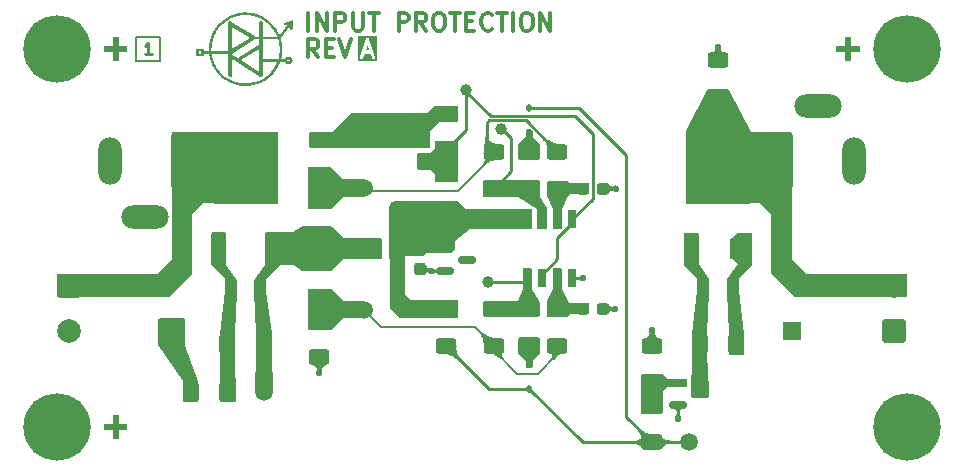
<source format=gbr>
%TF.GenerationSoftware,KiCad,Pcbnew,9.0.6+1*%
%TF.CreationDate,Date%
%TF.ProjectId,Input-Protection,496e7075-742d-4507-926f-74656374696f,+ (Unreleased)*%
%TF.SameCoordinates,Original*%
%TF.FileFunction,Copper,L1,Top*%
%TF.FilePolarity,Positive*%
%FSLAX46Y46*%
G04 Gerber Fmt 4.6, Leading zero omitted, Abs format (unit mm)*
G04 Created by KiCad*
%MOMM*%
%LPD*%
G01*
G04 APERTURE LIST*
G04 Aperture macros list*
%AMRoundRect*
0 Rectangle with rounded corners*
0 $1 Rounding radius*
0 $2 $3 $4 $5 $6 $7 $8 $9 X,Y pos of 4 corners*
0 Add a 4 corners polygon primitive as box body*
4,1,4,$2,$3,$4,$5,$6,$7,$8,$9,$2,$3,0*
0 Add four circle primitives for the rounded corners*
1,1,$1+$1,$2,$3*
1,1,$1+$1,$4,$5*
1,1,$1+$1,$6,$7*
1,1,$1+$1,$8,$9*
0 Add four rect primitives between the rounded corners*
20,1,$1+$1,$2,$3,$4,$5,0*
20,1,$1+$1,$4,$5,$6,$7,0*
20,1,$1+$1,$6,$7,$8,$9,0*
20,1,$1+$1,$8,$9,$2,$3,0*%
G04 Aperture macros list end*
%TA.AperFunction,NonConductor*%
%ADD10C,0.000000*%
%TD*%
%ADD11C,0.300000*%
%TA.AperFunction,NonConductor*%
%ADD12C,0.300000*%
%TD*%
%ADD13C,0.250000*%
%TA.AperFunction,NonConductor*%
%ADD14C,0.250000*%
%TD*%
%TA.AperFunction,EtchedComponent*%
%ADD15C,0.200000*%
%TD*%
%TA.AperFunction,SMDPad,CuDef*%
%ADD16RoundRect,0.250000X0.625000X-0.400000X0.625000X0.400000X-0.625000X0.400000X-0.625000X-0.400000X0*%
%TD*%
%TA.AperFunction,SMDPad,CuDef*%
%ADD17RoundRect,0.250000X-0.625000X0.400000X-0.625000X-0.400000X0.625000X-0.400000X0.625000X0.400000X0*%
%TD*%
%TA.AperFunction,SMDPad,CuDef*%
%ADD18R,0.914400X2.413000*%
%TD*%
%TA.AperFunction,SMDPad,CuDef*%
%ADD19R,5.511800X6.070600*%
%TD*%
%TA.AperFunction,SMDPad,CuDef*%
%ADD20RoundRect,0.150000X-0.587500X-0.150000X0.587500X-0.150000X0.587500X0.150000X-0.587500X0.150000X0*%
%TD*%
%TA.AperFunction,ComponentPad*%
%ADD21R,1.500000X1.500000*%
%TD*%
%TA.AperFunction,SMDPad,CuDef*%
%ADD22C,1.500000*%
%TD*%
%TA.AperFunction,SMDPad,CuDef*%
%ADD23RoundRect,0.237500X-0.300000X-0.237500X0.300000X-0.237500X0.300000X0.237500X-0.300000X0.237500X0*%
%TD*%
%TA.AperFunction,SMDPad,CuDef*%
%ADD24C,1.000000*%
%TD*%
%TA.AperFunction,SMDPad,CuDef*%
%ADD25C,0.500000*%
%TD*%
%TA.AperFunction,ComponentPad*%
%ADD26R,2.000000X4.500000*%
%TD*%
%TA.AperFunction,ComponentPad*%
%ADD27O,2.000000X4.000000*%
%TD*%
%TA.AperFunction,ComponentPad*%
%ADD28O,4.000000X2.000000*%
%TD*%
%TA.AperFunction,SMDPad,CuDef*%
%ADD29RoundRect,0.250000X-0.400000X-0.625000X0.400000X-0.625000X0.400000X0.625000X-0.400000X0.625000X0*%
%TD*%
%TA.AperFunction,ComponentPad*%
%ADD30C,5.700000*%
%TD*%
%TA.AperFunction,SMDPad,CuDef*%
%ADD31R,0.802000X1.505000*%
%TD*%
%TA.AperFunction,ComponentPad*%
%ADD32RoundRect,0.250000X-0.750000X0.750000X-0.750000X-0.750000X0.750000X-0.750000X0.750000X0.750000X0*%
%TD*%
%TA.AperFunction,ComponentPad*%
%ADD33C,2.000000*%
%TD*%
%TA.AperFunction,ComponentPad*%
%ADD34RoundRect,0.250000X0.750000X-0.750000X0.750000X0.750000X-0.750000X0.750000X-0.750000X-0.750000X0*%
%TD*%
%TA.AperFunction,SMDPad,CuDef*%
%ADD35RoundRect,0.250000X0.250000X0.250000X-0.250000X0.250000X-0.250000X-0.250000X0.250000X-0.250000X0*%
%TD*%
%TA.AperFunction,SMDPad,CuDef*%
%ADD36RoundRect,0.112500X0.112500X-0.187500X0.112500X0.187500X-0.112500X0.187500X-0.112500X-0.187500X0*%
%TD*%
%TA.AperFunction,SMDPad,CuDef*%
%ADD37RoundRect,0.112500X-0.112500X0.187500X-0.112500X-0.187500X0.112500X-0.187500X0.112500X0.187500X0*%
%TD*%
%TA.AperFunction,SMDPad,CuDef*%
%ADD38RoundRect,0.237500X0.237500X-0.300000X0.237500X0.300000X-0.237500X0.300000X-0.237500X-0.300000X0*%
%TD*%
%TA.AperFunction,SMDPad,CuDef*%
%ADD39RoundRect,0.237500X-0.237500X0.300000X-0.237500X-0.300000X0.237500X-0.300000X0.237500X0.300000X0*%
%TD*%
%TA.AperFunction,SMDPad,CuDef*%
%ADD40RoundRect,0.250000X0.400000X0.625000X-0.400000X0.625000X-0.400000X-0.625000X0.400000X-0.625000X0*%
%TD*%
%TA.AperFunction,ViaPad*%
%ADD41C,0.550000*%
%TD*%
%TA.AperFunction,Conductor*%
%ADD42C,0.250000*%
%TD*%
%TA.AperFunction,Conductor*%
%ADD43C,0.200000*%
%TD*%
G04 APERTURE END LIST*
D10*
%TA.AperFunction,NonConductor*%
G36*
X137806908Y-62549910D02*
G01*
X138043162Y-62577179D01*
X138273720Y-62621796D01*
X138497904Y-62683082D01*
X138715034Y-62760356D01*
X138924428Y-62852938D01*
X139125408Y-62960149D01*
X139317293Y-63081308D01*
X139499404Y-63215735D01*
X139671060Y-63362752D01*
X139831581Y-63521677D01*
X139980288Y-63691830D01*
X140116500Y-63872533D01*
X140239538Y-64063104D01*
X140348721Y-64262865D01*
X140443370Y-64471134D01*
X141170260Y-63561191D01*
X140949120Y-63631731D01*
X140943675Y-63633317D01*
X140938215Y-63634612D01*
X140932748Y-63635619D01*
X140927283Y-63636344D01*
X140921829Y-63636791D01*
X140916395Y-63636965D01*
X140910988Y-63636869D01*
X140905619Y-63636508D01*
X140900296Y-63635888D01*
X140895027Y-63635012D01*
X140889821Y-63633885D01*
X140884688Y-63632511D01*
X140879635Y-63630895D01*
X140874671Y-63629042D01*
X140869806Y-63626956D01*
X140865048Y-63624641D01*
X140860405Y-63622102D01*
X140855887Y-63619344D01*
X140851502Y-63616371D01*
X140847259Y-63613187D01*
X140843167Y-63609797D01*
X140839234Y-63606206D01*
X140835469Y-63602418D01*
X140831881Y-63598438D01*
X140828479Y-63594269D01*
X140825270Y-63589917D01*
X140822265Y-63585387D01*
X140819472Y-63580681D01*
X140816900Y-63575806D01*
X140814556Y-63570766D01*
X140812451Y-63565565D01*
X140810593Y-63560207D01*
X140809006Y-63554762D01*
X140807711Y-63549302D01*
X140806703Y-63543835D01*
X140805978Y-63538370D01*
X140805531Y-63532916D01*
X140805358Y-63527481D01*
X140805454Y-63522075D01*
X140805814Y-63516706D01*
X140806435Y-63511383D01*
X140807311Y-63506114D01*
X140808438Y-63500908D01*
X140809811Y-63495775D01*
X140811427Y-63490722D01*
X140813280Y-63485758D01*
X140815367Y-63480893D01*
X140817681Y-63476135D01*
X140820220Y-63471492D01*
X140822978Y-63466974D01*
X140825952Y-63462589D01*
X140829135Y-63458346D01*
X140832525Y-63454254D01*
X140836116Y-63450321D01*
X140839904Y-63446556D01*
X140843885Y-63442968D01*
X140848053Y-63439566D01*
X140852405Y-63436357D01*
X140856936Y-63433352D01*
X140861641Y-63430559D01*
X140866516Y-63427987D01*
X140871557Y-63425643D01*
X140876758Y-63423538D01*
X140882116Y-63421680D01*
X141607706Y-63190250D01*
X141542253Y-63949024D01*
X141541624Y-63954660D01*
X141540719Y-63960198D01*
X141539547Y-63965632D01*
X141538115Y-63970955D01*
X141536430Y-63976161D01*
X141534500Y-63981244D01*
X141532332Y-63986197D01*
X141529935Y-63991014D01*
X141527315Y-63995689D01*
X141524480Y-64000216D01*
X141521437Y-64004587D01*
X141518195Y-64008797D01*
X141514760Y-64012839D01*
X141511140Y-64016708D01*
X141507343Y-64020396D01*
X141503377Y-64023898D01*
X141499248Y-64027206D01*
X141494964Y-64030316D01*
X141490533Y-64033220D01*
X141485962Y-64035912D01*
X141481259Y-64038385D01*
X141476431Y-64040634D01*
X141471486Y-64042653D01*
X141466431Y-64044434D01*
X141461275Y-64045971D01*
X141456024Y-64047258D01*
X141450685Y-64048290D01*
X141445268Y-64049058D01*
X141439778Y-64049558D01*
X141434223Y-64049783D01*
X141428612Y-64049726D01*
X141422951Y-64049381D01*
X141417316Y-64048751D01*
X141411778Y-64047847D01*
X141406344Y-64046675D01*
X141401021Y-64045242D01*
X141395815Y-64043557D01*
X141390732Y-64041628D01*
X141385779Y-64039460D01*
X141380962Y-64037063D01*
X141376287Y-64034443D01*
X141371761Y-64031608D01*
X141367389Y-64028565D01*
X141363179Y-64025323D01*
X141359136Y-64021888D01*
X141355268Y-64018269D01*
X141351579Y-64014472D01*
X141348077Y-64010505D01*
X141344768Y-64006376D01*
X141341658Y-64002092D01*
X141338754Y-63997661D01*
X141336062Y-63993090D01*
X141333587Y-63988387D01*
X141331338Y-63983560D01*
X141329319Y-63978615D01*
X141327537Y-63973560D01*
X141325999Y-63968404D01*
X141324710Y-63963153D01*
X141323678Y-63957815D01*
X141322908Y-63952397D01*
X141322407Y-63946907D01*
X141322181Y-63941353D01*
X141322237Y-63935742D01*
X141322580Y-63930081D01*
X141342524Y-63698818D01*
X140531436Y-64714153D01*
X140564378Y-64825804D01*
X140593206Y-64939152D01*
X140617835Y-65054108D01*
X140638179Y-65170588D01*
X140654152Y-65288504D01*
X140665668Y-65407771D01*
X140672641Y-65528302D01*
X140674984Y-65650010D01*
X140673080Y-65759731D01*
X140667410Y-65868501D01*
X140658038Y-65976260D01*
X140645027Y-66082942D01*
X140628439Y-66188485D01*
X140608339Y-66292827D01*
X140584788Y-66395903D01*
X140557851Y-66497651D01*
X140896958Y-66497651D01*
X140901442Y-66485721D01*
X140906368Y-66474015D01*
X140911726Y-66462541D01*
X140917504Y-66451311D01*
X140923694Y-66440334D01*
X140930284Y-66429622D01*
X140937265Y-66419183D01*
X140944626Y-66409029D01*
X140952357Y-66399169D01*
X140960448Y-66389614D01*
X140968889Y-66380374D01*
X140977669Y-66371459D01*
X140986779Y-66362880D01*
X140996207Y-66354645D01*
X141005945Y-66346767D01*
X141015981Y-66339255D01*
X141026305Y-66332119D01*
X141036908Y-66325369D01*
X141047778Y-66319016D01*
X141058907Y-66313069D01*
X141070282Y-66307540D01*
X141081896Y-66302438D01*
X141093736Y-66297773D01*
X141105793Y-66293556D01*
X141118057Y-66289797D01*
X141130517Y-66286506D01*
X141143164Y-66283693D01*
X141155987Y-66281369D01*
X141168975Y-66279544D01*
X141182119Y-66278227D01*
X141195409Y-66277430D01*
X141208833Y-66277162D01*
X141225842Y-66277592D01*
X141242628Y-66278871D01*
X141259172Y-66280976D01*
X141275452Y-66283886D01*
X141291447Y-66287582D01*
X141307137Y-66292042D01*
X141322501Y-66297245D01*
X141337517Y-66303170D01*
X141352166Y-66309797D01*
X141366425Y-66317105D01*
X141380275Y-66325072D01*
X141393695Y-66333679D01*
X141406663Y-66342903D01*
X141419159Y-66352726D01*
X141431162Y-66363124D01*
X141442651Y-66374078D01*
X141453605Y-66385567D01*
X141464003Y-66397570D01*
X141473825Y-66410066D01*
X141483050Y-66423034D01*
X141491657Y-66436454D01*
X141499624Y-66450304D01*
X141506932Y-66464563D01*
X141513559Y-66479212D01*
X141519485Y-66494228D01*
X141524688Y-66509592D01*
X141529147Y-66525282D01*
X141532843Y-66541277D01*
X141535754Y-66557557D01*
X141537859Y-66574101D01*
X141539137Y-66590888D01*
X141539567Y-66607896D01*
X141539137Y-66624903D01*
X141537859Y-66641689D01*
X141535754Y-66658231D01*
X141532843Y-66674510D01*
X141529147Y-66690504D01*
X141524688Y-66706193D01*
X141519485Y-66721556D01*
X141513559Y-66736571D01*
X141506932Y-66751219D01*
X141499624Y-66765478D01*
X141491657Y-66779327D01*
X141483050Y-66792746D01*
X141473825Y-66805714D01*
X141464003Y-66818209D01*
X141453605Y-66830212D01*
X141442651Y-66841700D01*
X141431162Y-66852654D01*
X141419159Y-66863052D01*
X141406663Y-66872874D01*
X141393695Y-66882099D01*
X141380275Y-66890705D01*
X141366425Y-66898672D01*
X141352166Y-66905980D01*
X141337517Y-66912607D01*
X141322501Y-66918532D01*
X141307137Y-66923735D01*
X141291447Y-66928195D01*
X141275452Y-66931891D01*
X141259172Y-66934801D01*
X141242628Y-66936906D01*
X141225842Y-66938184D01*
X141208833Y-66938615D01*
X141195409Y-66938347D01*
X141182119Y-66937549D01*
X141155987Y-66934407D01*
X141130517Y-66929270D01*
X141105793Y-66922220D01*
X141081896Y-66913339D01*
X141058907Y-66902707D01*
X141036908Y-66890408D01*
X141015981Y-66876522D01*
X140996207Y-66861131D01*
X140977669Y-66844317D01*
X140960448Y-66826162D01*
X140944626Y-66806747D01*
X140930284Y-66786154D01*
X140917504Y-66764465D01*
X140906368Y-66741761D01*
X140896958Y-66718125D01*
X140486360Y-66718125D01*
X140443423Y-66828733D01*
X140396433Y-66937256D01*
X140345482Y-67043600D01*
X140290665Y-67147671D01*
X140232075Y-67249376D01*
X140169806Y-67348621D01*
X140103951Y-67445313D01*
X140034603Y-67539358D01*
X139961857Y-67630663D01*
X139885805Y-67719134D01*
X139806541Y-67804678D01*
X139724159Y-67887202D01*
X139638751Y-67966611D01*
X139550413Y-68042813D01*
X139459236Y-68115713D01*
X139365315Y-68185219D01*
X139268743Y-68251237D01*
X139169614Y-68313673D01*
X139068021Y-68372434D01*
X138964057Y-68427426D01*
X138857817Y-68478557D01*
X138749393Y-68525731D01*
X138638879Y-68568857D01*
X138526369Y-68607840D01*
X138411956Y-68642587D01*
X138295734Y-68673004D01*
X138177796Y-68698998D01*
X138058235Y-68720476D01*
X137937146Y-68737343D01*
X137814621Y-68749507D01*
X137690755Y-68756874D01*
X137565640Y-68759351D01*
X137418016Y-68755901D01*
X137272157Y-68745654D01*
X137128216Y-68728765D01*
X136986348Y-68705386D01*
X136846707Y-68675672D01*
X136709447Y-68639777D01*
X136574721Y-68597856D01*
X136442684Y-68550061D01*
X136313490Y-68496547D01*
X136187292Y-68437468D01*
X136064244Y-68372978D01*
X135944502Y-68303231D01*
X135828218Y-68228382D01*
X135715546Y-68148583D01*
X135606641Y-68063988D01*
X135501656Y-67974753D01*
X135400746Y-67881031D01*
X135304065Y-67782976D01*
X135211766Y-67680741D01*
X135124003Y-67574482D01*
X135040931Y-67464351D01*
X134962703Y-67350504D01*
X134889474Y-67233093D01*
X134821396Y-67112273D01*
X134758626Y-66988198D01*
X134701316Y-66861021D01*
X134649620Y-66730898D01*
X134603692Y-66597981D01*
X134563687Y-66462425D01*
X134529758Y-66324384D01*
X134502059Y-66184012D01*
X134480744Y-66041463D01*
X134703136Y-66041463D01*
X134724029Y-66172642D01*
X134750749Y-66301795D01*
X134783154Y-66428783D01*
X134821105Y-66553465D01*
X134864461Y-66675701D01*
X134913082Y-66795351D01*
X134966828Y-66912274D01*
X135025558Y-67026331D01*
X135089132Y-67137380D01*
X135157410Y-67245281D01*
X135230252Y-67349895D01*
X135307517Y-67451081D01*
X135389064Y-67548699D01*
X135474755Y-67642608D01*
X135564447Y-67732668D01*
X135658002Y-67818739D01*
X135755279Y-67900680D01*
X135856137Y-67978351D01*
X135960436Y-68051613D01*
X136068036Y-68120324D01*
X136178797Y-68184344D01*
X136292578Y-68243533D01*
X136409238Y-68297751D01*
X136528639Y-68346858D01*
X136650639Y-68390713D01*
X136775099Y-68429175D01*
X136901877Y-68462106D01*
X137030833Y-68489363D01*
X137161828Y-68510807D01*
X137294721Y-68526299D01*
X137429372Y-68535696D01*
X137565640Y-68538860D01*
X137791705Y-68530127D01*
X138013025Y-68504362D01*
X138228951Y-68462212D01*
X138438836Y-68404325D01*
X138642031Y-68331350D01*
X138837888Y-68243934D01*
X139025759Y-68142725D01*
X139204996Y-68028372D01*
X139374951Y-67901523D01*
X139534976Y-67762826D01*
X139684423Y-67612929D01*
X139822642Y-67452480D01*
X139948988Y-67282126D01*
X140062810Y-67102518D01*
X140163462Y-66914301D01*
X140250295Y-66718125D01*
X139034513Y-66718125D01*
X139034513Y-67846956D01*
X139034134Y-67858164D01*
X139033009Y-67869230D01*
X139031157Y-67880123D01*
X139028595Y-67890810D01*
X139025344Y-67901261D01*
X139021420Y-67911443D01*
X139016843Y-67921326D01*
X139011632Y-67930878D01*
X139005804Y-67940067D01*
X138999379Y-67948862D01*
X138992374Y-67957231D01*
X138984810Y-67965142D01*
X138976703Y-67972566D01*
X138968072Y-67979468D01*
X138958937Y-67985820D01*
X138949315Y-67991587D01*
X138939326Y-67996689D01*
X138929100Y-68001069D01*
X138918673Y-68004729D01*
X138908082Y-68007670D01*
X138897364Y-68009892D01*
X138886555Y-68011396D01*
X138875691Y-68012184D01*
X138864810Y-68012256D01*
X138853948Y-68011614D01*
X138843140Y-68010257D01*
X138832425Y-68008188D01*
X138821838Y-68005408D01*
X138811416Y-68001916D01*
X138801195Y-67997714D01*
X138791213Y-67992804D01*
X138781505Y-67987185D01*
X136799128Y-66748208D01*
X136798976Y-66748125D01*
X136574086Y-66607880D01*
X137198634Y-66607880D01*
X138703778Y-67548590D01*
X138703778Y-66607896D01*
X141098586Y-66607896D01*
X141098730Y-66613565D01*
X141099156Y-66619159D01*
X141099857Y-66624673D01*
X141100827Y-66630099D01*
X141102059Y-66635430D01*
X141103546Y-66640659D01*
X141105280Y-66645779D01*
X141107255Y-66650784D01*
X141109464Y-66655666D01*
X141111900Y-66660418D01*
X141114555Y-66665034D01*
X141117424Y-66669507D01*
X141120499Y-66673829D01*
X141123773Y-66677994D01*
X141127239Y-66681994D01*
X141130890Y-66685823D01*
X141134720Y-66689474D01*
X141138721Y-66692940D01*
X141142886Y-66696213D01*
X141147209Y-66699288D01*
X141151682Y-66702156D01*
X141156299Y-66704812D01*
X141161052Y-66707248D01*
X141165935Y-66709456D01*
X141170941Y-66711431D01*
X141176062Y-66713165D01*
X141181293Y-66714652D01*
X141186625Y-66715883D01*
X141192052Y-66716854D01*
X141197567Y-66717555D01*
X141203163Y-66717981D01*
X141208833Y-66718125D01*
X141214503Y-66717981D01*
X141220099Y-66717555D01*
X141225614Y-66716854D01*
X141231041Y-66715883D01*
X141236373Y-66714652D01*
X141241603Y-66713165D01*
X141246725Y-66711431D01*
X141251730Y-66709456D01*
X141256613Y-66707248D01*
X141261366Y-66704812D01*
X141265983Y-66702156D01*
X141270456Y-66699288D01*
X141274779Y-66696213D01*
X141278944Y-66692940D01*
X141282945Y-66689474D01*
X141286774Y-66685823D01*
X141290425Y-66681994D01*
X141293891Y-66677994D01*
X141297165Y-66673829D01*
X141300240Y-66669507D01*
X141303109Y-66665034D01*
X141305764Y-66660418D01*
X141308200Y-66655666D01*
X141310409Y-66650784D01*
X141312384Y-66645779D01*
X141314118Y-66640659D01*
X141315604Y-66635430D01*
X141316836Y-66630099D01*
X141317806Y-66624673D01*
X141318508Y-66619159D01*
X141318934Y-66613565D01*
X141319077Y-66607896D01*
X141318934Y-66602226D01*
X141318508Y-66596630D01*
X141317806Y-66591115D01*
X141316836Y-66585689D01*
X141315604Y-66580356D01*
X141314118Y-66575126D01*
X141312384Y-66570005D01*
X141310409Y-66564999D01*
X141308200Y-66560116D01*
X141305764Y-66555363D01*
X141303109Y-66550746D01*
X141300240Y-66546273D01*
X141297165Y-66541950D01*
X141293891Y-66537785D01*
X141290425Y-66533784D01*
X141286774Y-66529955D01*
X141282945Y-66526304D01*
X141278944Y-66522838D01*
X141274779Y-66519564D01*
X141270456Y-66516489D01*
X141265983Y-66513620D01*
X141261366Y-66510965D01*
X141256613Y-66508529D01*
X141251730Y-66506320D01*
X141246725Y-66504345D01*
X141241603Y-66502611D01*
X141236373Y-66501124D01*
X141231041Y-66499892D01*
X141225614Y-66498922D01*
X141220099Y-66498221D01*
X141214503Y-66497795D01*
X141208833Y-66497651D01*
X141203163Y-66497795D01*
X141197567Y-66498221D01*
X141192052Y-66498922D01*
X141186625Y-66499892D01*
X141181293Y-66501124D01*
X141176062Y-66502611D01*
X141170941Y-66504345D01*
X141165935Y-66506320D01*
X141161052Y-66508529D01*
X141156299Y-66510965D01*
X141151682Y-66513620D01*
X141147209Y-66516489D01*
X141142886Y-66519564D01*
X141138721Y-66522838D01*
X141134720Y-66526304D01*
X141130890Y-66529955D01*
X141127239Y-66533784D01*
X141123773Y-66537785D01*
X141120499Y-66541950D01*
X141117424Y-66546273D01*
X141114555Y-66550746D01*
X141111900Y-66555363D01*
X141109464Y-66560116D01*
X141107255Y-66564999D01*
X141105280Y-66570005D01*
X141103546Y-66575126D01*
X141102059Y-66580356D01*
X141100827Y-66585689D01*
X141099857Y-66591115D01*
X141099156Y-66596630D01*
X141098730Y-66602226D01*
X141098586Y-66607896D01*
X138703778Y-66607896D01*
X138703778Y-66497651D01*
X139034513Y-66497651D01*
X140327940Y-66497651D01*
X140357000Y-66396351D01*
X140382425Y-66293573D01*
X140404139Y-66189392D01*
X140422071Y-66083880D01*
X140436145Y-65977113D01*
X140446289Y-65869163D01*
X140452430Y-65760104D01*
X140454493Y-65650010D01*
X140452428Y-65539873D01*
X140446283Y-65430773D01*
X140436131Y-65322784D01*
X140422045Y-65215980D01*
X140404100Y-65110434D01*
X140382368Y-65006220D01*
X140356923Y-64903413D01*
X140327839Y-64802085D01*
X139036547Y-64802269D01*
X139035531Y-65369086D01*
X139035509Y-65371378D01*
X139035456Y-65373663D01*
X139035373Y-65375941D01*
X139035259Y-65378210D01*
X139035116Y-65380471D01*
X139034944Y-65382723D01*
X139034743Y-65384965D01*
X139034513Y-65387197D01*
X139034513Y-66497651D01*
X138703778Y-66497651D01*
X138703778Y-65667153D01*
X137198634Y-66607880D01*
X136574086Y-66607880D01*
X136425434Y-66515178D01*
X136423016Y-67847257D01*
X136422785Y-67855761D01*
X136422131Y-67864153D01*
X136421063Y-67872423D01*
X136419593Y-67880560D01*
X136417731Y-67888554D01*
X136415487Y-67896395D01*
X136412872Y-67904072D01*
X136409896Y-67911575D01*
X136406570Y-67918893D01*
X136402903Y-67926016D01*
X136398907Y-67932933D01*
X136394592Y-67939635D01*
X136389968Y-67946110D01*
X136385046Y-67952349D01*
X136379836Y-67958341D01*
X136374349Y-67964075D01*
X136368595Y-67969541D01*
X136362585Y-67974729D01*
X136356328Y-67979628D01*
X136349836Y-67984229D01*
X136343119Y-67988519D01*
X136336187Y-67992490D01*
X136329051Y-67996131D01*
X136321721Y-67999431D01*
X136314208Y-68002380D01*
X136306521Y-68004967D01*
X136298673Y-68007182D01*
X136290672Y-68009015D01*
X136282529Y-68010456D01*
X136274256Y-68011493D01*
X136265861Y-68012117D01*
X136257357Y-68012316D01*
X136248853Y-68012086D01*
X136240461Y-68011431D01*
X136232191Y-68010364D01*
X136224054Y-68008894D01*
X136216059Y-68007032D01*
X136208219Y-68004788D01*
X136200542Y-68002173D01*
X136193039Y-67999196D01*
X136185721Y-67995870D01*
X136178598Y-67992203D01*
X136171681Y-67988207D01*
X136164979Y-67983892D01*
X136158504Y-67979269D01*
X136152265Y-67974347D01*
X136146273Y-67969137D01*
X136140539Y-67963650D01*
X136135073Y-67957896D01*
X136129885Y-67951885D01*
X136124986Y-67945629D01*
X136120385Y-67939136D01*
X136116095Y-67932419D01*
X136112124Y-67925487D01*
X136108483Y-67918351D01*
X136105183Y-67911021D01*
X136102235Y-67903508D01*
X136099647Y-67895821D01*
X136097432Y-67887973D01*
X136095599Y-67879972D01*
X136094159Y-67871829D01*
X136093122Y-67863556D01*
X136092498Y-67855161D01*
X136092298Y-67846656D01*
X136095398Y-66125861D01*
X136426135Y-66125861D01*
X136886526Y-66412937D01*
X138527692Y-65387197D01*
X138704962Y-65276401D01*
X138705812Y-64802319D01*
X138367206Y-64802352D01*
X138365260Y-64804491D01*
X138363275Y-64806597D01*
X138361251Y-64808670D01*
X138359189Y-64810710D01*
X138357089Y-64812716D01*
X138354951Y-64814687D01*
X138352775Y-64816622D01*
X138350563Y-64818522D01*
X138348314Y-64820385D01*
X138346028Y-64822211D01*
X138343706Y-64823999D01*
X138341349Y-64825749D01*
X138338956Y-64827460D01*
X138336528Y-64829131D01*
X138334066Y-64830762D01*
X138331569Y-64832352D01*
X136426318Y-66023152D01*
X136426135Y-66125861D01*
X136095398Y-66125861D01*
X136095550Y-66041463D01*
X134703136Y-66041463D01*
X134480744Y-66041463D01*
X134036346Y-66041463D01*
X134036346Y-66261953D01*
X133374875Y-66261953D01*
X133374875Y-66041463D01*
X133374875Y-65820989D01*
X133595365Y-65820989D01*
X133595365Y-66041463D01*
X133815855Y-66041463D01*
X133815855Y-65931234D01*
X133815855Y-65820989D01*
X133595365Y-65820989D01*
X133374875Y-65820989D01*
X133374875Y-65600499D01*
X134036346Y-65600499D01*
X134036346Y-65820989D01*
X134460933Y-65820989D01*
X134458907Y-65778456D01*
X134457458Y-65735781D01*
X134456588Y-65692965D01*
X134456297Y-65650010D01*
X134676788Y-65650010D01*
X134677100Y-65692984D01*
X134678036Y-65735806D01*
X134679595Y-65778475D01*
X134681774Y-65820989D01*
X136096033Y-65820989D01*
X136096033Y-65632867D01*
X136096033Y-63751431D01*
X136426769Y-63751431D01*
X136426769Y-65632867D01*
X137931913Y-64692141D01*
X136426769Y-63751431D01*
X136096033Y-63751431D01*
X136096033Y-63453063D01*
X136096413Y-63441855D01*
X136097538Y-63430789D01*
X136099390Y-63419897D01*
X136101952Y-63409209D01*
X136105203Y-63398759D01*
X136109127Y-63388576D01*
X136113704Y-63378693D01*
X136118915Y-63369142D01*
X136124743Y-63359953D01*
X136131168Y-63351158D01*
X136138172Y-63342789D01*
X136145737Y-63334877D01*
X136153844Y-63327454D01*
X136162475Y-63320551D01*
X136171610Y-63314200D01*
X136181232Y-63308432D01*
X136191221Y-63303331D01*
X136201447Y-63298951D01*
X136211874Y-63295291D01*
X136222465Y-63292351D01*
X136233183Y-63290129D01*
X136243992Y-63288625D01*
X136254855Y-63287837D01*
X136265737Y-63287765D01*
X136276599Y-63288407D01*
X136287406Y-63289763D01*
X136298122Y-63291832D01*
X136308709Y-63294613D01*
X136319131Y-63298105D01*
X136329351Y-63302306D01*
X136339334Y-63307216D01*
X136349042Y-63312835D01*
X138331569Y-64551895D01*
X138334066Y-64553488D01*
X138336528Y-64555121D01*
X138338954Y-64556794D01*
X138341346Y-64558505D01*
X138343702Y-64560255D01*
X138346022Y-64562043D01*
X138348305Y-64563868D01*
X138350552Y-64565730D01*
X138352762Y-64567628D01*
X138354935Y-64569562D01*
X138357071Y-64571530D01*
X138359168Y-64573533D01*
X138361227Y-64575570D01*
X138363248Y-64577641D01*
X138367172Y-64581879D01*
X138706213Y-64581829D01*
X138708264Y-63452763D01*
X138708495Y-63444260D01*
X138709149Y-63435867D01*
X138710216Y-63427598D01*
X138711687Y-63419460D01*
X138713549Y-63411466D01*
X138715793Y-63403625D01*
X138718408Y-63395949D01*
X138721384Y-63388446D01*
X138724711Y-63381128D01*
X138728377Y-63374005D01*
X138732373Y-63367087D01*
X138736688Y-63360386D01*
X138741312Y-63353910D01*
X138746234Y-63347672D01*
X138751444Y-63341680D01*
X138756931Y-63335946D01*
X138762685Y-63330480D01*
X138768695Y-63325292D01*
X138774952Y-63320392D01*
X138781444Y-63315792D01*
X138788161Y-63311501D01*
X138795093Y-63307530D01*
X138802229Y-63303890D01*
X138809559Y-63300590D01*
X138817072Y-63297641D01*
X138824758Y-63295054D01*
X138832607Y-63292839D01*
X138840608Y-63291006D01*
X138848750Y-63289565D01*
X138857024Y-63288528D01*
X138865418Y-63287904D01*
X138873923Y-63287704D01*
X138882427Y-63287935D01*
X138890819Y-63288590D01*
X138899089Y-63289657D01*
X138907226Y-63291127D01*
X138915220Y-63292989D01*
X138923061Y-63295233D01*
X138930738Y-63297848D01*
X138938241Y-63300824D01*
X138945559Y-63304151D01*
X138952682Y-63307817D01*
X138959599Y-63311813D01*
X138966301Y-63316128D01*
X138972776Y-63320752D01*
X138979015Y-63325674D01*
X138985006Y-63330884D01*
X138990741Y-63336371D01*
X138996207Y-63342125D01*
X139001395Y-63348136D01*
X139006294Y-63354392D01*
X139010895Y-63360884D01*
X139015185Y-63367601D01*
X139019156Y-63374533D01*
X139022797Y-63381669D01*
X139026097Y-63388999D01*
X139029045Y-63396513D01*
X139031633Y-63404199D01*
X139033848Y-63412048D01*
X139035681Y-63420049D01*
X139037122Y-63428191D01*
X139038159Y-63436465D01*
X139038783Y-63444859D01*
X139038982Y-63453364D01*
X139036948Y-64581779D01*
X140250179Y-64581612D01*
X140208525Y-64482585D01*
X140163336Y-64385467D01*
X140114692Y-64290338D01*
X140062676Y-64197279D01*
X140007368Y-64106373D01*
X139948849Y-64017698D01*
X139887200Y-63931338D01*
X139822502Y-63847372D01*
X139754837Y-63765881D01*
X139684284Y-63686947D01*
X139610925Y-63610651D01*
X139534841Y-63537073D01*
X139456113Y-63466295D01*
X139374822Y-63398398D01*
X139291049Y-63333462D01*
X139204876Y-63271568D01*
X139116382Y-63212799D01*
X139025649Y-63157233D01*
X138932757Y-63104954D01*
X138837789Y-63056040D01*
X138740825Y-63010575D01*
X138641946Y-62968638D01*
X138541232Y-62930311D01*
X138438766Y-62895674D01*
X138334627Y-62864809D01*
X138228897Y-62837796D01*
X138121657Y-62814717D01*
X138012988Y-62795652D01*
X137902971Y-62780683D01*
X137791686Y-62769891D01*
X137679216Y-62763356D01*
X137565640Y-62761160D01*
X137417073Y-62764922D01*
X137270446Y-62776086D01*
X137125941Y-62794471D01*
X136983739Y-62819894D01*
X136844024Y-62852174D01*
X136706977Y-62891127D01*
X136572780Y-62936573D01*
X136441615Y-62988329D01*
X136313665Y-63046212D01*
X136189111Y-63110042D01*
X136068135Y-63179635D01*
X135950921Y-63254809D01*
X135837649Y-63335383D01*
X135728501Y-63421175D01*
X135623661Y-63512002D01*
X135523310Y-63607682D01*
X135427630Y-63708033D01*
X135336803Y-63812873D01*
X135251012Y-63922020D01*
X135170437Y-64035292D01*
X135095263Y-64152507D01*
X135025670Y-64273482D01*
X134961840Y-64398036D01*
X134903957Y-64525986D01*
X134852201Y-64657151D01*
X134806756Y-64791348D01*
X134767802Y-64928395D01*
X134735522Y-65068110D01*
X134710099Y-65210311D01*
X134691714Y-65354817D01*
X134680550Y-65501444D01*
X134676788Y-65650010D01*
X134456297Y-65650010D01*
X134460346Y-65490105D01*
X134472363Y-65332287D01*
X134492151Y-65176753D01*
X134519515Y-65023699D01*
X134554259Y-64873321D01*
X134596186Y-64725814D01*
X134645100Y-64581374D01*
X134700806Y-64440199D01*
X134763108Y-64302483D01*
X134831809Y-64168422D01*
X134906714Y-64038214D01*
X134987627Y-63912053D01*
X135074351Y-63790135D01*
X135166691Y-63672657D01*
X135264450Y-63559815D01*
X135367433Y-63451805D01*
X135475444Y-63348822D01*
X135588286Y-63251063D01*
X135705764Y-63158723D01*
X135827681Y-63071999D01*
X135953842Y-62991086D01*
X136084051Y-62916181D01*
X136218111Y-62847480D01*
X136355827Y-62785178D01*
X136497003Y-62729472D01*
X136641443Y-62680558D01*
X136788950Y-62638631D01*
X136939328Y-62603887D01*
X137092383Y-62576524D01*
X137247917Y-62556735D01*
X137405734Y-62544719D01*
X137565640Y-62540670D01*
X137806908Y-62549910D01*
G37*
%TD.AperFunction*%
D11*
D12*
X142870155Y-64078328D02*
X142870155Y-62578328D01*
X143584441Y-64078328D02*
X143584441Y-62578328D01*
X143584441Y-62578328D02*
X144441584Y-64078328D01*
X144441584Y-64078328D02*
X144441584Y-62578328D01*
X145155870Y-64078328D02*
X145155870Y-62578328D01*
X145155870Y-62578328D02*
X145727299Y-62578328D01*
X145727299Y-62578328D02*
X145870156Y-62649757D01*
X145870156Y-62649757D02*
X145941585Y-62721185D01*
X145941585Y-62721185D02*
X146013013Y-62864042D01*
X146013013Y-62864042D02*
X146013013Y-63078328D01*
X146013013Y-63078328D02*
X145941585Y-63221185D01*
X145941585Y-63221185D02*
X145870156Y-63292614D01*
X145870156Y-63292614D02*
X145727299Y-63364042D01*
X145727299Y-63364042D02*
X145155870Y-63364042D01*
X146655870Y-62578328D02*
X146655870Y-63792614D01*
X146655870Y-63792614D02*
X146727299Y-63935471D01*
X146727299Y-63935471D02*
X146798728Y-64006900D01*
X146798728Y-64006900D02*
X146941585Y-64078328D01*
X146941585Y-64078328D02*
X147227299Y-64078328D01*
X147227299Y-64078328D02*
X147370156Y-64006900D01*
X147370156Y-64006900D02*
X147441585Y-63935471D01*
X147441585Y-63935471D02*
X147513013Y-63792614D01*
X147513013Y-63792614D02*
X147513013Y-62578328D01*
X148013014Y-62578328D02*
X148870157Y-62578328D01*
X148441585Y-64078328D02*
X148441585Y-62578328D01*
X150513013Y-64078328D02*
X150513013Y-62578328D01*
X150513013Y-62578328D02*
X151084442Y-62578328D01*
X151084442Y-62578328D02*
X151227299Y-62649757D01*
X151227299Y-62649757D02*
X151298728Y-62721185D01*
X151298728Y-62721185D02*
X151370156Y-62864042D01*
X151370156Y-62864042D02*
X151370156Y-63078328D01*
X151370156Y-63078328D02*
X151298728Y-63221185D01*
X151298728Y-63221185D02*
X151227299Y-63292614D01*
X151227299Y-63292614D02*
X151084442Y-63364042D01*
X151084442Y-63364042D02*
X150513013Y-63364042D01*
X152870156Y-64078328D02*
X152370156Y-63364042D01*
X152013013Y-64078328D02*
X152013013Y-62578328D01*
X152013013Y-62578328D02*
X152584442Y-62578328D01*
X152584442Y-62578328D02*
X152727299Y-62649757D01*
X152727299Y-62649757D02*
X152798728Y-62721185D01*
X152798728Y-62721185D02*
X152870156Y-62864042D01*
X152870156Y-62864042D02*
X152870156Y-63078328D01*
X152870156Y-63078328D02*
X152798728Y-63221185D01*
X152798728Y-63221185D02*
X152727299Y-63292614D01*
X152727299Y-63292614D02*
X152584442Y-63364042D01*
X152584442Y-63364042D02*
X152013013Y-63364042D01*
X153798728Y-62578328D02*
X154084442Y-62578328D01*
X154084442Y-62578328D02*
X154227299Y-62649757D01*
X154227299Y-62649757D02*
X154370156Y-62792614D01*
X154370156Y-62792614D02*
X154441585Y-63078328D01*
X154441585Y-63078328D02*
X154441585Y-63578328D01*
X154441585Y-63578328D02*
X154370156Y-63864042D01*
X154370156Y-63864042D02*
X154227299Y-64006900D01*
X154227299Y-64006900D02*
X154084442Y-64078328D01*
X154084442Y-64078328D02*
X153798728Y-64078328D01*
X153798728Y-64078328D02*
X153655871Y-64006900D01*
X153655871Y-64006900D02*
X153513013Y-63864042D01*
X153513013Y-63864042D02*
X153441585Y-63578328D01*
X153441585Y-63578328D02*
X153441585Y-63078328D01*
X153441585Y-63078328D02*
X153513013Y-62792614D01*
X153513013Y-62792614D02*
X153655871Y-62649757D01*
X153655871Y-62649757D02*
X153798728Y-62578328D01*
X154870157Y-62578328D02*
X155727300Y-62578328D01*
X155298728Y-64078328D02*
X155298728Y-62578328D01*
X156227299Y-63292614D02*
X156727299Y-63292614D01*
X156941585Y-64078328D02*
X156227299Y-64078328D01*
X156227299Y-64078328D02*
X156227299Y-62578328D01*
X156227299Y-62578328D02*
X156941585Y-62578328D01*
X158441585Y-63935471D02*
X158370157Y-64006900D01*
X158370157Y-64006900D02*
X158155871Y-64078328D01*
X158155871Y-64078328D02*
X158013014Y-64078328D01*
X158013014Y-64078328D02*
X157798728Y-64006900D01*
X157798728Y-64006900D02*
X157655871Y-63864042D01*
X157655871Y-63864042D02*
X157584442Y-63721185D01*
X157584442Y-63721185D02*
X157513014Y-63435471D01*
X157513014Y-63435471D02*
X157513014Y-63221185D01*
X157513014Y-63221185D02*
X157584442Y-62935471D01*
X157584442Y-62935471D02*
X157655871Y-62792614D01*
X157655871Y-62792614D02*
X157798728Y-62649757D01*
X157798728Y-62649757D02*
X158013014Y-62578328D01*
X158013014Y-62578328D02*
X158155871Y-62578328D01*
X158155871Y-62578328D02*
X158370157Y-62649757D01*
X158370157Y-62649757D02*
X158441585Y-62721185D01*
X158870157Y-62578328D02*
X159727300Y-62578328D01*
X159298728Y-64078328D02*
X159298728Y-62578328D01*
X160227299Y-64078328D02*
X160227299Y-62578328D01*
X161227300Y-62578328D02*
X161513014Y-62578328D01*
X161513014Y-62578328D02*
X161655871Y-62649757D01*
X161655871Y-62649757D02*
X161798728Y-62792614D01*
X161798728Y-62792614D02*
X161870157Y-63078328D01*
X161870157Y-63078328D02*
X161870157Y-63578328D01*
X161870157Y-63578328D02*
X161798728Y-63864042D01*
X161798728Y-63864042D02*
X161655871Y-64006900D01*
X161655871Y-64006900D02*
X161513014Y-64078328D01*
X161513014Y-64078328D02*
X161227300Y-64078328D01*
X161227300Y-64078328D02*
X161084443Y-64006900D01*
X161084443Y-64006900D02*
X160941585Y-63864042D01*
X160941585Y-63864042D02*
X160870157Y-63578328D01*
X160870157Y-63578328D02*
X160870157Y-63078328D01*
X160870157Y-63078328D02*
X160941585Y-62792614D01*
X160941585Y-62792614D02*
X161084443Y-62649757D01*
X161084443Y-62649757D02*
X161227300Y-62578328D01*
X162513014Y-64078328D02*
X162513014Y-62578328D01*
X162513014Y-62578328D02*
X163370157Y-64078328D01*
X163370157Y-64078328D02*
X163370157Y-62578328D01*
D11*
G36*
X148054900Y-65749757D02*
G01*
X147756841Y-65749757D01*
X147905870Y-65302669D01*
X148054900Y-65749757D01*
G37*
G36*
X148721360Y-66643818D02*
G01*
X147090381Y-66643818D01*
X147090381Y-66309567D01*
X147257048Y-66309567D01*
X147261197Y-66367948D01*
X147287371Y-66420295D01*
X147331585Y-66458642D01*
X147387109Y-66477150D01*
X147445490Y-66473001D01*
X147497837Y-66446827D01*
X147536184Y-66402613D01*
X147548172Y-66375762D01*
X147656841Y-66049757D01*
X148154900Y-66049757D01*
X148263568Y-66375762D01*
X148275556Y-66402613D01*
X148313903Y-66446828D01*
X148366251Y-66473001D01*
X148424631Y-66477151D01*
X148480155Y-66458642D01*
X148524369Y-66420295D01*
X148550543Y-66367948D01*
X148554693Y-66309568D01*
X148548173Y-66280894D01*
X148048172Y-64780894D01*
X148036184Y-64754043D01*
X148029161Y-64745946D01*
X148024369Y-64736361D01*
X148010160Y-64724037D01*
X147997837Y-64709829D01*
X147988251Y-64705036D01*
X147980155Y-64698014D01*
X147962311Y-64692065D01*
X147945490Y-64683655D01*
X147934801Y-64682895D01*
X147924631Y-64679505D01*
X147905865Y-64680838D01*
X147887109Y-64679506D01*
X147876941Y-64682895D01*
X147866251Y-64683655D01*
X147849427Y-64692066D01*
X147831585Y-64698014D01*
X147823490Y-64705034D01*
X147813903Y-64709828D01*
X147801577Y-64724039D01*
X147787371Y-64736361D01*
X147782578Y-64745945D01*
X147775556Y-64754043D01*
X147763568Y-64780894D01*
X147263568Y-66280894D01*
X147257048Y-66309567D01*
X147090381Y-66309567D01*
X147090381Y-64512838D01*
X148721360Y-64512838D01*
X148721360Y-66643818D01*
G37*
D12*
X143727298Y-66328328D02*
X143227298Y-65614042D01*
X142870155Y-66328328D02*
X142870155Y-64828328D01*
X142870155Y-64828328D02*
X143441584Y-64828328D01*
X143441584Y-64828328D02*
X143584441Y-64899757D01*
X143584441Y-64899757D02*
X143655870Y-64971185D01*
X143655870Y-64971185D02*
X143727298Y-65114042D01*
X143727298Y-65114042D02*
X143727298Y-65328328D01*
X143727298Y-65328328D02*
X143655870Y-65471185D01*
X143655870Y-65471185D02*
X143584441Y-65542614D01*
X143584441Y-65542614D02*
X143441584Y-65614042D01*
X143441584Y-65614042D02*
X142870155Y-65614042D01*
X144370155Y-65542614D02*
X144870155Y-65542614D01*
X145084441Y-66328328D02*
X144370155Y-66328328D01*
X144370155Y-66328328D02*
X144370155Y-64828328D01*
X144370155Y-64828328D02*
X145084441Y-64828328D01*
X145513013Y-64828328D02*
X146013013Y-66328328D01*
X146013013Y-66328328D02*
X146513013Y-64828328D01*
D13*
D14*
X129601359Y-66099619D02*
X129029931Y-66099619D01*
X129315645Y-66099619D02*
X129315645Y-65099619D01*
X129315645Y-65099619D02*
X129220407Y-65242476D01*
X129220407Y-65242476D02*
X129125169Y-65337714D01*
X129125169Y-65337714D02*
X129029931Y-65385333D01*
%TA.AperFunction,EtchedComponent*%
%TO.C,FID902*%
G36*
X125565645Y-97400000D02*
G01*
X127565645Y-97400000D01*
X127565645Y-97900000D01*
X125565645Y-97900000D01*
X125565645Y-97400000D01*
G37*
%TD.AperFunction*%
%TA.AperFunction,EtchedComponent*%
G36*
X126315645Y-96650000D02*
G01*
X126815645Y-96650000D01*
X126815645Y-98650000D01*
X126315645Y-98650000D01*
X126315645Y-96650000D01*
G37*
%TD.AperFunction*%
%TO.C,ID901*%
D15*
X128315645Y-64650000D02*
X130315645Y-64650000D01*
X130315645Y-66650000D01*
X128315645Y-66650000D01*
X128315645Y-64650000D01*
%TA.AperFunction,EtchedComponent*%
%TO.C,FID903*%
G36*
X187565645Y-65400000D02*
G01*
X189565645Y-65400000D01*
X189565645Y-65900000D01*
X187565645Y-65900000D01*
X187565645Y-65400000D01*
G37*
%TD.AperFunction*%
%TA.AperFunction,EtchedComponent*%
G36*
X188315645Y-64650000D02*
G01*
X188815645Y-64650000D01*
X188815645Y-66650000D01*
X188315645Y-66650000D01*
X188315645Y-64650000D01*
G37*
%TD.AperFunction*%
%TA.AperFunction,EtchedComponent*%
%TO.C,FID901*%
G36*
X125565645Y-65400000D02*
G01*
X127565645Y-65400000D01*
X127565645Y-65900000D01*
X125565645Y-65900000D01*
X125565645Y-65400000D01*
G37*
%TD.AperFunction*%
%TA.AperFunction,EtchedComponent*%
G36*
X126315645Y-64650000D02*
G01*
X126815645Y-64650000D01*
X126815645Y-66650000D01*
X126315645Y-66650000D01*
X126315645Y-64650000D01*
G37*
%TD.AperFunction*%
%TD*%
D16*
%TO.P,R302,1*%
%TO.N,GND*%
X143815645Y-91750002D03*
%TO.P,R302,2*%
%TO.N,/ARCHITECTURE/3. SENSING/VSENSE_12V*%
X143815645Y-88650000D03*
%TD*%
D17*
%TO.P,R401,1*%
%TO.N,VREF_2V5*%
X154565645Y-76099999D03*
%TO.P,R401,2*%
%TO.N,VCC_5V*%
X154565645Y-79200001D03*
%TD*%
%TO.P,R503,1*%
%TO.N,Net-(D501-K)*%
X161565645Y-74349998D03*
%TO.P,R503,2*%
%TO.N,/ARCHITECTURE/5. COMPARATOR/17V_OK*%
X161565645Y-77450000D03*
%TD*%
D18*
%TO.P,Q602,1*%
%TO.N,Net-(D601-A)*%
X175279645Y-82543500D03*
D19*
%TO.P,Q602,2*%
%TO.N,/ARCHITECTURE/1. INTERCONNECTS/VOUT*%
X177565645Y-75685500D03*
D18*
%TO.P,Q602,3*%
%TO.N,/ARCHITECTURE/2. POLARITY PROTECTION/VPROT*%
X179851645Y-82543500D03*
%TD*%
D20*
%TO.P,Q601,1,B*%
%TO.N,Net-(Q601-B)*%
X174190645Y-93900000D03*
%TO.P,Q601,2,E*%
%TO.N,GND*%
X174190645Y-95800000D03*
%TO.P,Q601,3,C*%
%TO.N,Net-(D601-A)*%
X176065645Y-94850000D03*
%TD*%
D21*
%TO.P,TP101,1,1*%
%TO.N,GND*%
X131315645Y-89537500D03*
%TD*%
D16*
%TO.P,R505,1*%
%TO.N,/ARCHITECTURE/5. COMPARATOR/EN_OK*%
X154565645Y-90800001D03*
%TO.P,R505,2*%
%TO.N,VCC_5V*%
X154565645Y-87699999D03*
%TD*%
D22*
%TO.P,TP103,1,1*%
%TO.N,/ARCHITECTURE/1. INTERCONNECTS/VOUT*%
X183815645Y-84850000D03*
%TD*%
D17*
%TO.P,R304,1*%
%TO.N,GND*%
X143815645Y-73349999D03*
%TO.P,R304,2*%
%TO.N,/ARCHITECTURE/3. SENSING/VSENSE_17V*%
X143815645Y-76450001D03*
%TD*%
D23*
%TO.P,C502,1*%
%TO.N,Net-(U501B--)*%
X166103145Y-77450000D03*
%TO.P,C502,2*%
%TO.N,GND*%
X167828145Y-77450000D03*
%TD*%
%TO.P,C501,1*%
%TO.N,Net-(U501A-+)*%
X166103145Y-87650000D03*
%TO.P,C501,2*%
%TO.N,GND*%
X167828145Y-87650000D03*
%TD*%
D24*
%TO.P,TP401,1,1*%
%TO.N,VREF_2V5*%
X156265645Y-69150000D03*
%TD*%
%TO.P,TP403,1,1*%
%TO.N,VCC_5V*%
X150215645Y-79050000D03*
%TD*%
D25*
%TO.P,FID902,*%
%TO.N,*%
X126565645Y-97650000D03*
%TD*%
D26*
%TO.P,J101,1*%
%TO.N,/ARCHITECTURE/1. INTERCONNECTS/VIN*%
X132265645Y-75150000D03*
D27*
%TO.P,J101,2*%
%TO.N,GND*%
X126065645Y-75150000D03*
D28*
%TO.P,J101,3*%
%TO.N,unconnected-(J101-Pad3)*%
X129065645Y-79850000D03*
%TD*%
D16*
%TO.P,R602,1*%
%TO.N,Net-(Q601-B)*%
X171965645Y-93850000D03*
%TO.P,R602,2*%
%TO.N,GND*%
X171965645Y-90749998D03*
%TD*%
D22*
%TO.P,TP503,1,1*%
%TO.N,/ARCHITECTURE/5. COMPARATOR/EN_OK*%
X175065645Y-98900000D03*
%TD*%
D16*
%TO.P,R604,1*%
%TO.N,/ARCHITECTURE/1. INTERCONNECTS/VOUT*%
X177565645Y-69700001D03*
%TO.P,R604,2*%
%TO.N,GND*%
X177565645Y-66599999D03*
%TD*%
D29*
%TO.P,R201,1*%
%TO.N,GND*%
X132915644Y-94650000D03*
%TO.P,R201,2*%
%TO.N,Net-(D201-A)*%
X136015646Y-94650000D03*
%TD*%
D18*
%TO.P,Q201,1*%
%TO.N,Net-(D201-A)*%
X135279645Y-82543500D03*
D19*
%TO.P,Q201,2*%
%TO.N,/ARCHITECTURE/1. INTERCONNECTS/VIN*%
X137565645Y-75685500D03*
D18*
%TO.P,Q201,3*%
%TO.N,/ARCHITECTURE/2. POLARITY PROTECTION/VPROT*%
X139851645Y-82543500D03*
%TD*%
D30*
%TO.P,H901,1,1*%
%TO.N,GND*%
X121565645Y-65650000D03*
%TD*%
D16*
%TO.P,R504,1*%
%TO.N,Net-(D502-K)*%
X161565645Y-90750002D03*
%TO.P,R504,2*%
%TO.N,/ARCHITECTURE/5. COMPARATOR/12V_OK*%
X161565645Y-87650000D03*
%TD*%
D21*
%TO.P,TP104,1,1*%
%TO.N,GND*%
X183815645Y-89537500D03*
%TD*%
D26*
%TO.P,J104,1*%
%TO.N,/ARCHITECTURE/1. INTERCONNECTS/VOUT*%
X182865645Y-75150000D03*
D27*
%TO.P,J104,2*%
%TO.N,GND*%
X189065645Y-75150000D03*
D28*
%TO.P,J104,3*%
%TO.N,unconnected-(J104-Pad3)*%
X186065645Y-70450000D03*
%TD*%
D22*
%TO.P,TP303,1,1*%
%TO.N,/ARCHITECTURE/3. SENSING/VSENSE_17V*%
X147565645Y-77400000D03*
%TD*%
D31*
%TO.P,U501,1*%
%TO.N,/ARCHITECTURE/5. COMPARATOR/12V_OK*%
X161410645Y-85047500D03*
%TO.P,U501,2,-*%
%TO.N,VREF_2V5*%
X162680645Y-85047500D03*
%TO.P,U501,3,+*%
%TO.N,Net-(U501A-+)*%
X163950645Y-85047500D03*
%TO.P,U501,4,GND*%
%TO.N,GND*%
X165220645Y-85047500D03*
%TO.P,U501,5,+*%
%TO.N,VREF_2V5*%
X165220645Y-80052500D03*
%TO.P,U501,6,-*%
%TO.N,Net-(U501B--)*%
X163950645Y-80052500D03*
%TO.P,U501,7*%
%TO.N,/ARCHITECTURE/5. COMPARATOR/17V_OK*%
X162680645Y-80052500D03*
%TO.P,U501,8,V+*%
%TO.N,VCC_5V*%
X161410645Y-80052500D03*
%TD*%
D32*
%TO.P,J102,1,Pin_1*%
%TO.N,/ARCHITECTURE/1. INTERCONNECTS/VIN*%
X122648145Y-85745000D03*
D33*
%TO.P,J102,2,Pin_2*%
%TO.N,GND*%
X122648145Y-89555000D03*
%TD*%
D30*
%TO.P,H902,1,1*%
%TO.N,GND*%
X121565645Y-97650000D03*
%TD*%
D22*
%TO.P,TP102,1,1*%
%TO.N,/ARCHITECTURE/1. INTERCONNECTS/VIN*%
X131315645Y-84850000D03*
%TD*%
D24*
%TO.P,TP501,1,1*%
%TO.N,/ARCHITECTURE/5. COMPARATOR/12V_OK*%
X158065645Y-85400000D03*
%TD*%
D25*
%TO.P,FID903,*%
%TO.N,*%
X188565645Y-65650000D03*
%TD*%
D34*
%TO.P,J103,1,Pin_1*%
%TO.N,GND*%
X192483145Y-89537500D03*
D33*
%TO.P,J103,2,Pin_2*%
%TO.N,/ARCHITECTURE/1. INTERCONNECTS/VOUT*%
X192483145Y-85727500D03*
%TD*%
D21*
%TO.P,TP301,1,1*%
%TO.N,GND*%
X147565645Y-72150000D03*
%TD*%
D29*
%TO.P,R603,1*%
%TO.N,Net-(D601-A)*%
X176015645Y-90650000D03*
%TO.P,R603,2*%
%TO.N,/ARCHITECTURE/2. POLARITY PROTECTION/VPROT*%
X179115645Y-90650000D03*
%TD*%
D30*
%TO.P,H903,1,1*%
%TO.N,GND*%
X193565645Y-65650000D03*
%TD*%
D17*
%TO.P,R601,1*%
%TO.N,Net-(Q601-B)*%
X171965645Y-95850000D03*
%TO.P,R601,2*%
%TO.N,/ARCHITECTURE/5. COMPARATOR/EN_OK*%
X171965645Y-98950002D03*
%TD*%
%TO.P,R507,1*%
%TO.N,/ARCHITECTURE/3. SENSING/VSENSE_17V*%
X158565645Y-74349999D03*
%TO.P,R507,2*%
%TO.N,/ARCHITECTURE/5. COMPARATOR/17V_OK*%
X158565645Y-77450001D03*
%TD*%
D30*
%TO.P,H904,1,1*%
%TO.N,GND*%
X193565645Y-97650000D03*
%TD*%
D22*
%TO.P,TP302,1,1*%
%TO.N,/ARCHITECTURE/3. SENSING/VSENSE_12V*%
X147565645Y-87700000D03*
%TD*%
D17*
%TO.P,R402,1*%
%TO.N,GND*%
X154565645Y-71099999D03*
%TO.P,R402,2*%
%TO.N,VREF_2V5*%
X154565645Y-74200001D03*
%TD*%
D24*
%TO.P,TP502,1,1*%
%TO.N,/ARCHITECTURE/5. COMPARATOR/17V_OK*%
X159165645Y-72400000D03*
%TD*%
D25*
%TO.P,FID901,*%
%TO.N,*%
X126565645Y-65650000D03*
%TD*%
D17*
%TO.P,R501,1*%
%TO.N,Net-(U501A-+)*%
X163965645Y-87650000D03*
%TO.P,R501,2*%
%TO.N,/ARCHITECTURE/3. SENSING/VSENSE_12V*%
X163965645Y-90750002D03*
%TD*%
D35*
%TO.P,D201,1,K*%
%TO.N,/ARCHITECTURE/2. POLARITY PROTECTION/VPROT*%
X138815644Y-85650000D03*
%TO.P,D201,2,A*%
%TO.N,Net-(D201-A)*%
X136315646Y-85650000D03*
%TD*%
D29*
%TO.P,R202,1*%
%TO.N,Net-(D201-A)*%
X136015645Y-90650000D03*
%TO.P,R202,2*%
%TO.N,/ARCHITECTURE/2. POLARITY PROTECTION/VPROT*%
X139115645Y-90650000D03*
%TD*%
D36*
%TO.P,D501,1,K*%
%TO.N,Net-(D501-K)*%
X161565645Y-72750000D03*
%TO.P,D501,2,A*%
%TO.N,/ARCHITECTURE/5. COMPARATOR/EN_OK*%
X161565645Y-70650000D03*
%TD*%
D16*
%TO.P,R506,1*%
%TO.N,/ARCHITECTURE/3. SENSING/VSENSE_12V*%
X158565645Y-90750002D03*
%TO.P,R506,2*%
%TO.N,/ARCHITECTURE/5. COMPARATOR/12V_OK*%
X158565645Y-87650000D03*
%TD*%
%TO.P,R301,1*%
%TO.N,/ARCHITECTURE/3. SENSING/VSENSE_12V*%
X143815645Y-86750002D03*
%TO.P,R301,2*%
%TO.N,/ARCHITECTURE/2. POLARITY PROTECTION/VPROT*%
X143815645Y-83650000D03*
%TD*%
D37*
%TO.P,D502,1,K*%
%TO.N,Net-(D502-K)*%
X161565645Y-92300000D03*
%TO.P,D502,2,A*%
%TO.N,/ARCHITECTURE/5. COMPARATOR/EN_OK*%
X161565645Y-94400000D03*
%TD*%
D38*
%TO.P,C401,1*%
%TO.N,VREF_2V5*%
X152565645Y-75150000D03*
%TO.P,C401,2*%
%TO.N,GND*%
X152565645Y-73424998D03*
%TD*%
D39*
%TO.P,C402,1*%
%TO.N,VCC_5V*%
X152365645Y-82550000D03*
%TO.P,C402,2*%
%TO.N,GND*%
X152365645Y-84275002D03*
%TD*%
D20*
%TO.P,U401,1,K*%
%TO.N,VCC_5V*%
X154465645Y-82550000D03*
%TO.P,U401,2,A*%
%TO.N,GND*%
X154465645Y-84450000D03*
%TO.P,U401,3,NC*%
%TO.N,unconnected-(U401-NC-Pad3)*%
X156340645Y-83500000D03*
%TD*%
D40*
%TO.P,R403,1*%
%TO.N,VCC_5V*%
X150365646Y-82550000D03*
%TO.P,R403,2*%
%TO.N,/ARCHITECTURE/2. POLARITY PROTECTION/VPROT*%
X147265644Y-82550000D03*
%TD*%
D16*
%TO.P,R502,1*%
%TO.N,Net-(U501B--)*%
X163965645Y-77450000D03*
%TO.P,R502,2*%
%TO.N,/ARCHITECTURE/3. SENSING/VSENSE_17V*%
X163965645Y-74349998D03*
%TD*%
D17*
%TO.P,R303,1*%
%TO.N,/ARCHITECTURE/3. SENSING/VSENSE_17V*%
X143815645Y-78349999D03*
%TO.P,R303,2*%
%TO.N,/ARCHITECTURE/2. POLARITY PROTECTION/VPROT*%
X143815645Y-81450001D03*
%TD*%
D35*
%TO.P,D601,1,K*%
%TO.N,/ARCHITECTURE/2. POLARITY PROTECTION/VPROT*%
X178815644Y-85650000D03*
%TO.P,D601,2,A*%
%TO.N,Net-(D601-A)*%
X176315646Y-85650000D03*
%TD*%
D22*
%TO.P,TP201,1,1*%
%TO.N,/ARCHITECTURE/2. POLARITY PROTECTION/VPROT*%
X139115645Y-94650000D03*
%TD*%
D41*
%TO.N,/ARCHITECTURE/2. POLARITY PROTECTION/VPROT*%
X178815645Y-83150000D03*
X148815645Y-81950000D03*
X178815645Y-81950000D03*
X178815645Y-82550000D03*
X148815645Y-82550000D03*
X148815645Y-83150000D03*
%TO.N,GND*%
X171965645Y-89450000D03*
X153265645Y-84450000D03*
X168865645Y-87650000D03*
X168965645Y-77450000D03*
X166165645Y-85050000D03*
X177565645Y-65450000D03*
X174190645Y-96925000D03*
X143815645Y-93050000D03*
%TD*%
D42*
%TO.N,/ARCHITECTURE/5. COMPARATOR/EN_OK*%
X166115647Y-98950002D02*
X161565645Y-94400000D01*
X165815645Y-70650000D02*
X169815645Y-74650000D01*
X158165644Y-94400000D02*
X161565645Y-94400000D01*
X172365647Y-98950002D02*
X172415649Y-98900000D01*
X169815645Y-74650000D02*
X169815645Y-96800002D01*
X161565645Y-70650000D02*
X165815645Y-70650000D01*
X171965645Y-98950002D02*
X172365647Y-98950002D01*
X171965645Y-98950002D02*
X166115647Y-98950002D01*
X172015647Y-98900000D02*
X171965645Y-98950002D01*
X169815645Y-96800002D02*
X171965645Y-98950002D01*
X175065645Y-98900000D02*
X172015647Y-98900000D01*
X154565645Y-90800001D02*
X158165644Y-94400000D01*
%TO.N,VREF_2V5*%
X166965645Y-78307500D02*
X166965645Y-72800000D01*
X165220645Y-80052500D02*
X166965645Y-78307500D01*
X156265645Y-72500001D02*
X156265645Y-69250000D01*
X163965645Y-83450000D02*
X162680645Y-84735000D01*
X154565645Y-74200001D02*
X156265645Y-72500001D01*
X165465645Y-71300000D02*
X158315645Y-71300000D01*
X158315645Y-71300000D02*
X156265645Y-69250000D01*
X163965645Y-81659000D02*
X163965645Y-83450000D01*
X165220645Y-80404000D02*
X163965645Y-81659000D01*
X166965645Y-72800000D02*
X165465645Y-71300000D01*
X162680645Y-84735000D02*
X162680645Y-85047500D01*
X165220645Y-80052500D02*
X165220645Y-80404000D01*
%TO.N,GND*%
X174190645Y-96925000D02*
X174190645Y-95800000D01*
X166165645Y-85050000D02*
X165223145Y-85050000D01*
X152365645Y-84275002D02*
X153090647Y-84275002D01*
X143815645Y-93050000D02*
X143815645Y-91750002D01*
X177565645Y-65450000D02*
X177565645Y-66599999D01*
X165223145Y-85050000D02*
X165220645Y-85047500D01*
X167828145Y-87650000D02*
X168865645Y-87650000D01*
X153090647Y-84275002D02*
X153265645Y-84450000D01*
X171965645Y-89450000D02*
X171965645Y-90749998D01*
X167828145Y-77450000D02*
X168965645Y-77450000D01*
D43*
X153265645Y-84450000D02*
X154465645Y-84450000D01*
%TO.N,/ARCHITECTURE/3. SENSING/VSENSE_12V*%
X158565645Y-90750002D02*
X156965643Y-89150000D01*
X158565645Y-90750002D02*
X158565645Y-91150000D01*
X156965643Y-89150000D02*
X149015645Y-89150000D01*
X162315645Y-93150000D02*
X163965645Y-91500000D01*
X163965645Y-91500000D02*
X163965645Y-90750002D01*
X158565645Y-91150000D02*
X160565645Y-93150000D01*
X149015645Y-89150000D02*
X147565645Y-87700000D01*
X160565645Y-93150000D02*
X162315645Y-93150000D01*
D42*
%TO.N,/ARCHITECTURE/3. SENSING/VSENSE_17V*%
X157965645Y-71923280D02*
X158214925Y-71674000D01*
D43*
X155515645Y-77650000D02*
X147815645Y-77650000D01*
D42*
X158565645Y-74349999D02*
X157965645Y-73749999D01*
X157965645Y-73749999D02*
X157965645Y-71923280D01*
X161289647Y-71674000D02*
X163965645Y-74349998D01*
X158214925Y-71674000D02*
X161289647Y-71674000D01*
D43*
X158815646Y-74349999D02*
X155515645Y-77650000D01*
X147815645Y-77650000D02*
X147565645Y-77400000D01*
D42*
%TO.N,/ARCHITECTURE/5. COMPARATOR/17V_OK*%
X159315645Y-72400000D02*
X160065645Y-73150000D01*
X160065645Y-73150000D02*
X160065645Y-75950001D01*
X160065645Y-75950001D02*
X158565645Y-77450001D01*
%TO.N,/ARCHITECTURE/5. COMPARATOR/12V_OK*%
X161058145Y-85400000D02*
X161410645Y-85047500D01*
X158065645Y-85400000D02*
X161058145Y-85400000D01*
%TD*%
%TA.AperFunction,Conductor*%
%TO.N,/ARCHITECTURE/5. COMPARATOR/12V_OK*%
G36*
X161758684Y-84219685D02*
G01*
X161804439Y-84272489D01*
X161815645Y-84324000D01*
X161815645Y-85999999D01*
X161815644Y-85999999D01*
X162445370Y-86961264D01*
X162465640Y-87028129D01*
X162465645Y-87029214D01*
X162465645Y-88168414D01*
X162445960Y-88235453D01*
X162393156Y-88281208D01*
X162341846Y-88292414D01*
X157789846Y-88299798D01*
X157722775Y-88280222D01*
X157676934Y-88227492D01*
X157665645Y-88175798D01*
X157665645Y-87124000D01*
X157685330Y-87056961D01*
X157738134Y-87011206D01*
X157789645Y-87000000D01*
X160665645Y-87000000D01*
X161015644Y-86000002D01*
X161015645Y-86000000D01*
X161015645Y-84324000D01*
X161035330Y-84256961D01*
X161088134Y-84211206D01*
X161139645Y-84200000D01*
X161691645Y-84200000D01*
X161758684Y-84219685D01*
G37*
%TD.AperFunction*%
%TD*%
%TA.AperFunction,Conductor*%
%TO.N,/ARCHITECTURE/3. SENSING/VSENSE_12V*%
G36*
X157539145Y-89581450D02*
G01*
X157584290Y-89623151D01*
X157641110Y-89667323D01*
X157683940Y-89700620D01*
X157800496Y-89776722D01*
X158074351Y-89917893D01*
X158357458Y-90022390D01*
X158615815Y-90082138D01*
X158615816Y-90082138D01*
X158615820Y-90082139D01*
X158700863Y-90089073D01*
X158818903Y-90098698D01*
X158826869Y-90102786D01*
X158829612Y-90111310D01*
X158828766Y-90114822D01*
X158569180Y-90743854D01*
X158562857Y-90750194D01*
X158558946Y-90751077D01*
X157706514Y-90793451D01*
X157698081Y-90790439D01*
X157694247Y-90782346D01*
X157694601Y-90778856D01*
X157709904Y-90719357D01*
X157721106Y-90625330D01*
X157720966Y-90526812D01*
X157708307Y-90410197D01*
X157683990Y-90292678D01*
X157646597Y-90167539D01*
X157599925Y-90047932D01*
X157586311Y-90022390D01*
X157530616Y-89917893D01*
X157491682Y-89844844D01*
X157395901Y-89723405D01*
X157393470Y-89714788D01*
X157396815Y-89707889D01*
X157522934Y-89581770D01*
X157531206Y-89578344D01*
X157539145Y-89581450D01*
G37*
%TD.AperFunction*%
%TD*%
%TA.AperFunction,Conductor*%
%TO.N,/ARCHITECTURE/3. SENSING/VSENSE_12V*%
G36*
X158574848Y-90753829D02*
G01*
X159420085Y-91140594D01*
X159426182Y-91147152D01*
X159425856Y-91156101D01*
X159421090Y-91161352D01*
X159347972Y-91203791D01*
X159306582Y-91244987D01*
X159306579Y-91244990D01*
X159275318Y-91291238D01*
X159275318Y-91291239D01*
X159250551Y-91349869D01*
X159240090Y-91397769D01*
X159237001Y-91411915D01*
X159237000Y-91411921D01*
X159233629Y-91487410D01*
X159233630Y-91487427D01*
X159241932Y-91562045D01*
X159241934Y-91562058D01*
X159261053Y-91636945D01*
X159261056Y-91636956D01*
X159288166Y-91703695D01*
X159340547Y-91780907D01*
X159342356Y-91789677D01*
X159339138Y-91795748D01*
X159212209Y-91922677D01*
X159203936Y-91926104D01*
X159196330Y-91923294D01*
X159023016Y-91774992D01*
X158767495Y-91603035D01*
X158767494Y-91603034D01*
X158767489Y-91603031D01*
X158767481Y-91603027D01*
X158534483Y-91482855D01*
X158348680Y-91418679D01*
X158226461Y-91402267D01*
X158218717Y-91397769D01*
X158216422Y-91389114D01*
X158217747Y-91385067D01*
X158559714Y-90758859D01*
X158566686Y-90753243D01*
X158574848Y-90753829D01*
G37*
%TD.AperFunction*%
%TD*%
%TA.AperFunction,Conductor*%
%TO.N,Net-(Q601-B)*%
G36*
X172881322Y-93169685D02*
G01*
X172901964Y-93186319D01*
X173265645Y-93550000D01*
X174841645Y-93550000D01*
X174908684Y-93569685D01*
X174954439Y-93622489D01*
X174965645Y-93674000D01*
X174965645Y-94126000D01*
X174945960Y-94193039D01*
X174893156Y-94238794D01*
X174841645Y-94250000D01*
X173265644Y-94250000D01*
X172865645Y-94649999D01*
X172865645Y-96426000D01*
X172845960Y-96493039D01*
X172793156Y-96538794D01*
X172741645Y-96550000D01*
X171189645Y-96550000D01*
X171122606Y-96530315D01*
X171076851Y-96477511D01*
X171065645Y-96426000D01*
X171065645Y-93274000D01*
X171085330Y-93206961D01*
X171138134Y-93161206D01*
X171189645Y-93150000D01*
X172814283Y-93150000D01*
X172881322Y-93169685D01*
G37*
%TD.AperFunction*%
%TD*%
%TA.AperFunction,Conductor*%
%TO.N,GND*%
G36*
X168223252Y-87206129D02*
G01*
X168226404Y-87210436D01*
X168238569Y-87239077D01*
X168275081Y-87293153D01*
X168275086Y-87293160D01*
X168322296Y-87341310D01*
X168322298Y-87341312D01*
X168393227Y-87393428D01*
X168473275Y-87436586D01*
X168575176Y-87476751D01*
X168676696Y-87504648D01*
X168830387Y-87523726D01*
X168838174Y-87528146D01*
X168840645Y-87535337D01*
X168840645Y-87764412D01*
X168837218Y-87772685D01*
X168830506Y-87776007D01*
X168662180Y-87798673D01*
X168662172Y-87798675D01*
X168488607Y-87856457D01*
X168355776Y-87931924D01*
X168267689Y-88016097D01*
X168227101Y-88091858D01*
X168220174Y-88097532D01*
X168211263Y-88096646D01*
X168207907Y-88093950D01*
X168068942Y-87931924D01*
X167833676Y-87657615D01*
X167830892Y-87649106D01*
X167833676Y-87642384D01*
X168206756Y-87207391D01*
X168214741Y-87203344D01*
X168223252Y-87206129D01*
G37*
%TD.AperFunction*%
%TD*%
%TA.AperFunction,Conductor*%
%TO.N,/ARCHITECTURE/2. POLARITY PROTECTION/VPROT*%
G36*
X139315645Y-85149999D02*
G01*
X139315645Y-86150003D01*
X139764713Y-89792440D01*
X139765645Y-89807613D01*
X139765645Y-91499986D01*
X139861584Y-94522065D01*
X139844036Y-94589696D01*
X139792710Y-94637103D01*
X139737646Y-94650000D01*
X138493644Y-94650000D01*
X138426605Y-94630315D01*
X138380850Y-94577511D01*
X138369706Y-94522065D01*
X138465645Y-91499986D01*
X138465645Y-89799990D01*
X138315750Y-86152554D01*
X138315645Y-86147462D01*
X138315645Y-85189995D01*
X138335330Y-85122956D01*
X138339015Y-85117541D01*
X139215645Y-83900000D01*
X140465643Y-83900000D01*
X139315645Y-85149999D01*
G37*
%TD.AperFunction*%
%TD*%
%TA.AperFunction,Conductor*%
%TO.N,/ARCHITECTURE/1. INTERCONNECTS/VOUT*%
G36*
X183758684Y-72669685D02*
G01*
X183804439Y-72722489D01*
X183815645Y-72774000D01*
X183815645Y-83400000D01*
X185065645Y-84650000D01*
X193441645Y-84650000D01*
X193508684Y-84669685D01*
X193554439Y-84722489D01*
X193565645Y-84774000D01*
X193565645Y-86526000D01*
X193545960Y-86593039D01*
X193493156Y-86638794D01*
X193441645Y-86650000D01*
X184117007Y-86650000D01*
X184049968Y-86630315D01*
X184029326Y-86613681D01*
X182101964Y-84686319D01*
X182068479Y-84624996D01*
X182065645Y-84598638D01*
X182065645Y-79650000D01*
X181065645Y-78650000D01*
X174939645Y-78650000D01*
X174872606Y-78630315D01*
X174826851Y-78577511D01*
X174815645Y-78526000D01*
X174815645Y-72679997D01*
X174818834Y-72666809D01*
X174817855Y-72656688D01*
X174820160Y-72650000D01*
X180365645Y-72650000D01*
X183691645Y-72650000D01*
X183758684Y-72669685D01*
G37*
%TD.AperFunction*%
%TD*%
%TA.AperFunction,Conductor*%
%TO.N,/ARCHITECTURE/5. COMPARATOR/EN_OK*%
G36*
X172689413Y-98331864D02*
G01*
X172691748Y-98335997D01*
X172695971Y-98349186D01*
X172695971Y-98349187D01*
X172725316Y-98409058D01*
X172765771Y-98464761D01*
X172765781Y-98464773D01*
X172827129Y-98526331D01*
X172827136Y-98526338D01*
X172899501Y-98581522D01*
X172899505Y-98581524D01*
X172899506Y-98581525D01*
X172996787Y-98639036D01*
X173065245Y-98670461D01*
X173100886Y-98686823D01*
X173169327Y-98710974D01*
X173214854Y-98727040D01*
X173214859Y-98727041D01*
X173214872Y-98727046D01*
X173324980Y-98755327D01*
X173480326Y-98773774D01*
X173488136Y-98778152D01*
X173490645Y-98785392D01*
X173490645Y-99014198D01*
X173487218Y-99022471D01*
X173479879Y-99025861D01*
X173414233Y-99031117D01*
X173414227Y-99031118D01*
X173326273Y-99049177D01*
X173190819Y-99098315D01*
X173139576Y-99116904D01*
X173139574Y-99116904D01*
X173139574Y-99116905D01*
X172982425Y-99208881D01*
X172869383Y-99310971D01*
X172869382Y-99310972D01*
X172799138Y-99417033D01*
X172772025Y-99510851D01*
X172766436Y-99517848D01*
X172757537Y-99518843D01*
X172753958Y-99517105D01*
X171976620Y-98958605D01*
X171971901Y-98950994D01*
X171973945Y-98942276D01*
X171975740Y-98940300D01*
X172672906Y-98330756D01*
X172681388Y-98327891D01*
X172689413Y-98331864D01*
G37*
%TD.AperFunction*%
%TD*%
%TA.AperFunction,Conductor*%
%TO.N,Net-(D601-A)*%
G36*
X175858684Y-81219685D02*
G01*
X175904439Y-81272489D01*
X175915645Y-81324000D01*
X175915645Y-83850000D01*
X176793597Y-85118153D01*
X176815572Y-85184476D01*
X176815645Y-85188734D01*
X176815645Y-86147462D01*
X176815540Y-86152554D01*
X176665645Y-89799990D01*
X176665645Y-91500002D01*
X176815495Y-94546950D01*
X176815645Y-94553041D01*
X176815645Y-95026000D01*
X176795960Y-95093039D01*
X176743156Y-95138794D01*
X176691645Y-95150000D01*
X175441379Y-95150000D01*
X175374340Y-95130315D01*
X175328585Y-95077511D01*
X175317391Y-95024278D01*
X175365645Y-91550002D01*
X175365645Y-89807613D01*
X175366577Y-89792440D01*
X175815645Y-86150003D01*
X175815645Y-85150000D01*
X174696769Y-83885183D01*
X174667094Y-83821928D01*
X174665645Y-83803024D01*
X174665645Y-81324000D01*
X174685330Y-81256961D01*
X174738134Y-81211206D01*
X174789645Y-81200000D01*
X175791645Y-81200000D01*
X175858684Y-81219685D01*
G37*
%TD.AperFunction*%
%TD*%
%TA.AperFunction,Conductor*%
%TO.N,Net-(D502-K)*%
G36*
X162408684Y-90069684D02*
G01*
X162454439Y-90122488D01*
X162465645Y-90173999D01*
X162465645Y-91398637D01*
X162445960Y-91465676D01*
X162429326Y-91486318D01*
X161865645Y-92049999D01*
X161865645Y-92526000D01*
X161845960Y-92593039D01*
X161793156Y-92638794D01*
X161741645Y-92650000D01*
X161389645Y-92650000D01*
X161322606Y-92630315D01*
X161276851Y-92577511D01*
X161265645Y-92526000D01*
X161265645Y-92050000D01*
X160701964Y-91486319D01*
X160668479Y-91424996D01*
X160665645Y-91398638D01*
X160665645Y-90173999D01*
X160685330Y-90106960D01*
X160738134Y-90061205D01*
X160789644Y-90049999D01*
X162341648Y-90049999D01*
X162408684Y-90069684D01*
G37*
%TD.AperFunction*%
%TD*%
%TA.AperFunction,Conductor*%
%TO.N,/ARCHITECTURE/3. SENSING/VSENSE_12V*%
G36*
X144831171Y-85969685D02*
G01*
X144851992Y-85986499D01*
X145811496Y-86950000D01*
X147441645Y-86950000D01*
X147508684Y-86969685D01*
X147554439Y-87022489D01*
X147565645Y-87074000D01*
X147565645Y-88326000D01*
X147545960Y-88393039D01*
X147493156Y-88438794D01*
X147441645Y-88450000D01*
X145815644Y-88450000D01*
X144851964Y-89413681D01*
X144790641Y-89447166D01*
X144764283Y-89450000D01*
X142939645Y-89450000D01*
X142872606Y-89430315D01*
X142826851Y-89377511D01*
X142815645Y-89326000D01*
X142815645Y-86074000D01*
X142835330Y-86006961D01*
X142888134Y-85961206D01*
X142939645Y-85950000D01*
X144764132Y-85950000D01*
X144831171Y-85969685D01*
G37*
%TD.AperFunction*%
%TD*%
%TA.AperFunction,Conductor*%
%TO.N,/ARCHITECTURE/3. SENSING/VSENSE_17V*%
G36*
X162956819Y-73163747D02*
G01*
X163010535Y-73213246D01*
X163113881Y-73293990D01*
X163113887Y-73293995D01*
X163153729Y-73320473D01*
X163234158Y-73373926D01*
X163505031Y-73517940D01*
X163777418Y-73622606D01*
X164024101Y-73682121D01*
X164024103Y-73682121D01*
X164024107Y-73682122D01*
X164110899Y-73689482D01*
X164218962Y-73698647D01*
X164226915Y-73702761D01*
X164229630Y-73711294D01*
X164228787Y-73714768D01*
X163969180Y-74343850D01*
X163962857Y-74350191D01*
X163958946Y-74351073D01*
X163106666Y-74393439D01*
X163098233Y-74390427D01*
X163094399Y-74382334D01*
X163094780Y-74378742D01*
X163107066Y-74332712D01*
X163118954Y-74243335D01*
X163119513Y-74149904D01*
X163107467Y-74037997D01*
X163083553Y-73925033D01*
X163080908Y-73916466D01*
X163045122Y-73800534D01*
X163045110Y-73800500D01*
X163003970Y-73698647D01*
X162996838Y-73680989D01*
X162964800Y-73622604D01*
X162880856Y-73469626D01*
X162880855Y-73469625D01*
X162880854Y-73469623D01*
X162880852Y-73469620D01*
X162817753Y-73390531D01*
X162778308Y-73341089D01*
X162775827Y-73332484D01*
X162779180Y-73325520D01*
X162940621Y-73164079D01*
X162948893Y-73160653D01*
X162956819Y-73163747D01*
G37*
%TD.AperFunction*%
%TD*%
%TA.AperFunction,Conductor*%
%TO.N,GND*%
G36*
X168808600Y-87384893D02*
G01*
X168814279Y-87391817D01*
X168814548Y-87392886D01*
X168866174Y-87647677D01*
X168866174Y-87652323D01*
X168814508Y-87907311D01*
X168809506Y-87914739D01*
X168800718Y-87916455D01*
X168799826Y-87916238D01*
X168680869Y-87882240D01*
X168679117Y-87881583D01*
X168590745Y-87840149D01*
X168590741Y-87840147D01*
X168542010Y-87819640D01*
X168477266Y-87792395D01*
X168477262Y-87792394D01*
X168409679Y-87779675D01*
X168409677Y-87779674D01*
X168409673Y-87779674D01*
X168396532Y-87778981D01*
X168332013Y-87775583D01*
X168323932Y-87771725D01*
X168320929Y-87763899D01*
X168320929Y-87536062D01*
X168324356Y-87527789D01*
X168331972Y-87524380D01*
X168414307Y-87519762D01*
X168484402Y-87505604D01*
X168590740Y-87459853D01*
X168658499Y-87426933D01*
X168660206Y-87426264D01*
X168799690Y-87384011D01*
X168808600Y-87384893D01*
G37*
%TD.AperFunction*%
%TD*%
%TA.AperFunction,Conductor*%
%TO.N,/ARCHITECTURE/5. COMPARATOR/EN_OK*%
G36*
X171254016Y-98327741D02*
G01*
X171257210Y-98329730D01*
X171956570Y-98941194D01*
X171960543Y-98949219D01*
X171957677Y-98957703D01*
X171956570Y-98958810D01*
X171258196Y-99569411D01*
X171249712Y-99572277D01*
X171241687Y-99568304D01*
X171239400Y-99564316D01*
X171238980Y-99563063D01*
X171225070Y-99521496D01*
X171190310Y-99456268D01*
X171190307Y-99456264D01*
X171144717Y-99395590D01*
X171144550Y-99395423D01*
X171078987Y-99329804D01*
X171078982Y-99329800D01*
X171078978Y-99329796D01*
X171030209Y-99291883D01*
X171003241Y-99270918D01*
X171003238Y-99270916D01*
X170906712Y-99211710D01*
X170906692Y-99211699D01*
X170848083Y-99183403D01*
X170804878Y-99162545D01*
X170764942Y-99147580D01*
X170698546Y-99122700D01*
X170596081Y-99094572D01*
X170450883Y-99076291D01*
X170443103Y-99071858D01*
X170440645Y-99064683D01*
X170440645Y-98835296D01*
X170444072Y-98827023D01*
X170450854Y-98823691D01*
X170600058Y-98804534D01*
X170802125Y-98738631D01*
X170978940Y-98645394D01*
X171111175Y-98540246D01*
X171198274Y-98430898D01*
X171238712Y-98334030D01*
X171245062Y-98327716D01*
X171254016Y-98327741D01*
G37*
%TD.AperFunction*%
%TD*%
%TA.AperFunction,Conductor*%
%TO.N,GND*%
G36*
X166108600Y-84784893D02*
G01*
X166114279Y-84791817D01*
X166114548Y-84792886D01*
X166166174Y-85047677D01*
X166166174Y-85052323D01*
X166114508Y-85307311D01*
X166109506Y-85314739D01*
X166100718Y-85316455D01*
X166099826Y-85316238D01*
X165980869Y-85282240D01*
X165979117Y-85281583D01*
X165890745Y-85240149D01*
X165890741Y-85240147D01*
X165842010Y-85219640D01*
X165777266Y-85192395D01*
X165777262Y-85192394D01*
X165709679Y-85179675D01*
X165709677Y-85179674D01*
X165709673Y-85179674D01*
X165696532Y-85178981D01*
X165632013Y-85175583D01*
X165623932Y-85171725D01*
X165620929Y-85163899D01*
X165620929Y-84936062D01*
X165624356Y-84927789D01*
X165631972Y-84924380D01*
X165714307Y-84919762D01*
X165784402Y-84905604D01*
X165890740Y-84859853D01*
X165958499Y-84826933D01*
X165960206Y-84826264D01*
X166099690Y-84784011D01*
X166108600Y-84784893D01*
G37*
%TD.AperFunction*%
%TD*%
%TA.AperFunction,Conductor*%
%TO.N,GND*%
G36*
X143823891Y-91757198D02*
G01*
X144448699Y-92378186D01*
X144452151Y-92386448D01*
X144448749Y-92394732D01*
X144441949Y-92398088D01*
X144380546Y-92406017D01*
X144316635Y-92428583D01*
X144257114Y-92461687D01*
X144192831Y-92512099D01*
X144135178Y-92572393D01*
X144135166Y-92572408D01*
X144076724Y-92651708D01*
X144076720Y-92651715D01*
X144028088Y-92736910D01*
X144028080Y-92736927D01*
X143988296Y-92827694D01*
X143988291Y-92827709D01*
X143960188Y-92915875D01*
X143942104Y-93039987D01*
X143937520Y-93047680D01*
X143930526Y-93050000D01*
X143702141Y-93050000D01*
X143693868Y-93046573D01*
X143690443Y-93038512D01*
X143690431Y-93037865D01*
X143690430Y-93037849D01*
X143681574Y-92962547D01*
X143681574Y-92962544D01*
X143660098Y-92877345D01*
X143587938Y-92707794D01*
X143493159Y-92568912D01*
X143388727Y-92471695D01*
X143279704Y-92414653D01*
X143260704Y-92411384D01*
X143187991Y-92398873D01*
X143180419Y-92394092D01*
X143178444Y-92385358D01*
X143181725Y-92379046D01*
X143807398Y-91757198D01*
X143815681Y-91753797D01*
X143823891Y-91757198D01*
G37*
%TD.AperFunction*%
%TD*%
%TA.AperFunction,Conductor*%
%TO.N,GND*%
G36*
X153035694Y-84145434D02*
G01*
X153150730Y-84152096D01*
X153151984Y-84152236D01*
X153307443Y-84178297D01*
X153315036Y-84183044D01*
X153317048Y-84191770D01*
X153316992Y-84192078D01*
X153267098Y-84447674D01*
X153265324Y-84451961D01*
X153119921Y-84668158D01*
X153112460Y-84673111D01*
X153103683Y-84671338D01*
X153102948Y-84670801D01*
X153064795Y-84640583D01*
X153063409Y-84639289D01*
X153028412Y-84600862D01*
X153027194Y-84599271D01*
X152978072Y-84522168D01*
X152978036Y-84522111D01*
X152940700Y-84462757D01*
X152885689Y-84418298D01*
X152842104Y-84404788D01*
X152794943Y-84400889D01*
X152786980Y-84396792D01*
X152784207Y-84389229D01*
X152784207Y-84161503D01*
X152787634Y-84153230D01*
X152795705Y-84149805D01*
X152898188Y-84148056D01*
X152952345Y-84147132D01*
X152987793Y-84146395D01*
X153034803Y-84145418D01*
X153035694Y-84145434D01*
G37*
%TD.AperFunction*%
%TD*%
%TA.AperFunction,Conductor*%
%TO.N,GND*%
G36*
X132408684Y-88469685D02*
G01*
X132454439Y-88522489D01*
X132465645Y-88574000D01*
X132465645Y-90750000D01*
X133558066Y-93729329D01*
X133565645Y-93772017D01*
X133565645Y-95426000D01*
X133545960Y-95493039D01*
X133493156Y-95538794D01*
X133441645Y-95550000D01*
X132389645Y-95550000D01*
X132322606Y-95530315D01*
X132276851Y-95477511D01*
X132265645Y-95426000D01*
X132265645Y-93750001D01*
X132265644Y-93749998D01*
X130186983Y-90681498D01*
X130165681Y-90614955D01*
X130165645Y-90611953D01*
X130165645Y-88574000D01*
X130185330Y-88506961D01*
X130238134Y-88461206D01*
X130289645Y-88450000D01*
X132341645Y-88450000D01*
X132408684Y-88469685D01*
G37*
%TD.AperFunction*%
%TD*%
%TA.AperFunction,Conductor*%
%TO.N,/ARCHITECTURE/5. COMPARATOR/EN_OK*%
G36*
X170956819Y-97763751D02*
G01*
X171010535Y-97813250D01*
X171113881Y-97893994D01*
X171113887Y-97893999D01*
X171153729Y-97920477D01*
X171234158Y-97973930D01*
X171505031Y-98117944D01*
X171777418Y-98222610D01*
X172024101Y-98282125D01*
X172024103Y-98282125D01*
X172024107Y-98282126D01*
X172110899Y-98289486D01*
X172218962Y-98298651D01*
X172226915Y-98302765D01*
X172229630Y-98311298D01*
X172228787Y-98314772D01*
X171969180Y-98943854D01*
X171962857Y-98950195D01*
X171958946Y-98951077D01*
X171106666Y-98993443D01*
X171098233Y-98990431D01*
X171094399Y-98982338D01*
X171094780Y-98978746D01*
X171107066Y-98932716D01*
X171118954Y-98843339D01*
X171119513Y-98749908D01*
X171107467Y-98638001D01*
X171083553Y-98525037D01*
X171080908Y-98516470D01*
X171045122Y-98400538D01*
X171045110Y-98400504D01*
X171003970Y-98298651D01*
X170996838Y-98280993D01*
X170964800Y-98222608D01*
X170880856Y-98069630D01*
X170880855Y-98069629D01*
X170880854Y-98069627D01*
X170880852Y-98069624D01*
X170817753Y-97990535D01*
X170778308Y-97941093D01*
X170775827Y-97932488D01*
X170779180Y-97925524D01*
X170940621Y-97764083D01*
X170948893Y-97760657D01*
X170956819Y-97763751D01*
G37*
%TD.AperFunction*%
%TD*%
%TA.AperFunction,Conductor*%
%TO.N,VCC_5V*%
G36*
X155581322Y-78569685D02*
G01*
X155601964Y-78586319D01*
X156165645Y-79150000D01*
X161691645Y-79150000D01*
X161758684Y-79169685D01*
X161804439Y-79222489D01*
X161815645Y-79274000D01*
X161815645Y-80776000D01*
X161795960Y-80843039D01*
X161743156Y-80888794D01*
X161691645Y-80900000D01*
X156565644Y-80900000D01*
X155265645Y-81899999D01*
X155265645Y-82598638D01*
X155245960Y-82665677D01*
X155229326Y-82686319D01*
X155051964Y-82863681D01*
X154990641Y-82897166D01*
X154964283Y-82900000D01*
X152915644Y-82900000D01*
X152701964Y-83113681D01*
X152640641Y-83147166D01*
X152614283Y-83150000D01*
X151115644Y-83150000D01*
X151065645Y-83199999D01*
X151065645Y-83150000D01*
X149765645Y-83150000D01*
X149765645Y-83450000D01*
X149734973Y-83450000D01*
X149718539Y-83375271D01*
X149718549Y-83375124D01*
X149718479Y-83374996D01*
X149715645Y-83348638D01*
X149715645Y-79097583D01*
X149735330Y-79030544D01*
X149747477Y-79014631D01*
X150128702Y-78591048D01*
X150188180Y-78554387D01*
X150220870Y-78550000D01*
X155514283Y-78550000D01*
X155581322Y-78569685D01*
G37*
%TD.AperFunction*%
%TD*%
%TA.AperFunction,Conductor*%
%TO.N,GND*%
G36*
X177688721Y-65453427D02*
G01*
X177692038Y-65460102D01*
X177702065Y-65532842D01*
X177724494Y-65599493D01*
X177758284Y-65667916D01*
X177758287Y-65667921D01*
X177848952Y-65789138D01*
X177959736Y-65879728D01*
X177959737Y-65879729D01*
X177959738Y-65879729D01*
X177959740Y-65879731D01*
X178082727Y-65935331D01*
X178177186Y-65949288D01*
X178192546Y-65951558D01*
X178200230Y-65956157D01*
X178202410Y-65964842D01*
X178199084Y-65971430D01*
X177573893Y-66592801D01*
X177565609Y-66596203D01*
X177557397Y-66592801D01*
X176933842Y-65973057D01*
X176930390Y-65964795D01*
X176933792Y-65956511D01*
X176941231Y-65953090D01*
X176979752Y-65950259D01*
X177052023Y-65934295D01*
X177118923Y-65908461D01*
X177187374Y-65869482D01*
X177248402Y-65821959D01*
X177306844Y-65761944D01*
X177355328Y-65696810D01*
X177393789Y-65628539D01*
X177421101Y-65560796D01*
X177438940Y-65459668D01*
X177443752Y-65452115D01*
X177450462Y-65450000D01*
X177680448Y-65450000D01*
X177688721Y-65453427D01*
G37*
%TD.AperFunction*%
%TD*%
%TA.AperFunction,Conductor*%
%TO.N,GND*%
G36*
X155508684Y-70469685D02*
G01*
X155554439Y-70522489D01*
X155565645Y-70574000D01*
X155565645Y-71726000D01*
X155545960Y-71793039D01*
X155493156Y-71838794D01*
X155441645Y-71850000D01*
X153965644Y-71850000D01*
X153165645Y-72649999D01*
X153165645Y-73926000D01*
X153145960Y-73993039D01*
X153093156Y-74038794D01*
X153041645Y-74050000D01*
X143089645Y-74050000D01*
X143022606Y-74030315D01*
X142976851Y-73977511D01*
X142965645Y-73926000D01*
X142965645Y-72774000D01*
X142985330Y-72706961D01*
X143038134Y-72661206D01*
X143089645Y-72650000D01*
X144965645Y-72650000D01*
X146529326Y-71086319D01*
X146590649Y-71052834D01*
X146617007Y-71050000D01*
X152965645Y-71050000D01*
X153529326Y-70486319D01*
X153590649Y-70452834D01*
X153617007Y-70450000D01*
X155441645Y-70450000D01*
X155508684Y-70469685D01*
G37*
%TD.AperFunction*%
%TD*%
%TA.AperFunction,Conductor*%
%TO.N,GND*%
G36*
X172087422Y-89453427D02*
G01*
X172090847Y-89461489D01*
X172090858Y-89462135D01*
X172090859Y-89462151D01*
X172099715Y-89537453D01*
X172099715Y-89537456D01*
X172099716Y-89537457D01*
X172121192Y-89622655D01*
X172193353Y-89792206D01*
X172288131Y-89931088D01*
X172392564Y-90028305D01*
X172501586Y-90085346D01*
X172593298Y-90101125D01*
X172600870Y-90105905D01*
X172602845Y-90114640D01*
X172599562Y-90120954D01*
X171973893Y-90742800D01*
X171965609Y-90746202D01*
X171957397Y-90742800D01*
X171692864Y-90479884D01*
X171332589Y-90121811D01*
X171329138Y-90113550D01*
X171332540Y-90105266D01*
X171339339Y-90101910D01*
X171400747Y-90093981D01*
X171464654Y-90071417D01*
X171524179Y-90038310D01*
X171588455Y-89987902D01*
X171646118Y-89927599D01*
X171704568Y-89848288D01*
X171753206Y-89763080D01*
X171792993Y-89672305D01*
X171821101Y-89584123D01*
X171839186Y-89460013D01*
X171843770Y-89452320D01*
X171850764Y-89450000D01*
X172079149Y-89450000D01*
X172087422Y-89453427D01*
G37*
%TD.AperFunction*%
%TD*%
%TA.AperFunction,Conductor*%
%TO.N,GND*%
G36*
X172222957Y-89501136D02*
G01*
X172230384Y-89506138D01*
X172232100Y-89514926D01*
X172231883Y-89515818D01*
X172197885Y-89634775D01*
X172197228Y-89636527D01*
X172155795Y-89724899D01*
X172108040Y-89838378D01*
X172108039Y-89838382D01*
X172095320Y-89905965D01*
X172095319Y-89905975D01*
X172091229Y-89983631D01*
X172087372Y-89991713D01*
X172079545Y-89994716D01*
X171851707Y-89994716D01*
X171843434Y-89991289D01*
X171840025Y-89983671D01*
X171840023Y-89983631D01*
X171835407Y-89901337D01*
X171821249Y-89831243D01*
X171775497Y-89724904D01*
X171742580Y-89657149D01*
X171741907Y-89655430D01*
X171736181Y-89636527D01*
X171699656Y-89515953D01*
X171700538Y-89507044D01*
X171707462Y-89501365D01*
X171708519Y-89501098D01*
X171963325Y-89449470D01*
X171967965Y-89449470D01*
X172222957Y-89501136D01*
G37*
%TD.AperFunction*%
%TD*%
%TA.AperFunction,Conductor*%
%TO.N,GND*%
G36*
X174312856Y-96383711D02*
G01*
X174316265Y-96391329D01*
X174320883Y-96473667D01*
X174335040Y-96543753D01*
X174335043Y-96543763D01*
X174380794Y-96650101D01*
X174413710Y-96717852D01*
X174414382Y-96719572D01*
X174432171Y-96778293D01*
X174456633Y-96859044D01*
X174455752Y-96867955D01*
X174448828Y-96873633D01*
X174447759Y-96873903D01*
X174192968Y-96925529D01*
X174188322Y-96925529D01*
X173933333Y-96873863D01*
X173925905Y-96868861D01*
X173924189Y-96860073D01*
X173924401Y-96859200D01*
X173958405Y-96740219D01*
X173959061Y-96738471D01*
X174000498Y-96650095D01*
X174048250Y-96536620D01*
X174060971Y-96469027D01*
X174065061Y-96391368D01*
X174068918Y-96383287D01*
X174076745Y-96380284D01*
X174304583Y-96380284D01*
X174312856Y-96383711D01*
G37*
%TD.AperFunction*%
%TD*%
%TA.AperFunction,Conductor*%
%TO.N,/ARCHITECTURE/1. INTERCONNECTS/VIN*%
G36*
X140258684Y-72669685D02*
G01*
X140304439Y-72722489D01*
X140315645Y-72774000D01*
X140315645Y-78526000D01*
X140295960Y-78593039D01*
X140243156Y-78638794D01*
X140191645Y-78650000D01*
X134065644Y-78650000D01*
X133065645Y-79649999D01*
X133065645Y-84598638D01*
X133045960Y-84665677D01*
X133029326Y-84686319D01*
X131101964Y-86613681D01*
X131040641Y-86647166D01*
X131014283Y-86650000D01*
X121689645Y-86650000D01*
X121622606Y-86630315D01*
X121576851Y-86577511D01*
X121565645Y-86526000D01*
X121565645Y-84774000D01*
X121585330Y-84706961D01*
X121638134Y-84661206D01*
X121689645Y-84650000D01*
X130065645Y-84650000D01*
X131315645Y-83400000D01*
X131315645Y-72774000D01*
X131335330Y-72706961D01*
X131388134Y-72661206D01*
X131439645Y-72650000D01*
X140191645Y-72650000D01*
X140258684Y-72669685D01*
G37*
%TD.AperFunction*%
%TD*%
%TA.AperFunction,Conductor*%
%TO.N,Net-(D501-K)*%
G36*
X161762419Y-72469685D02*
G01*
X161783061Y-72486319D01*
X161829326Y-72532584D01*
X161862811Y-72593907D01*
X161865645Y-72620265D01*
X161865645Y-73050000D01*
X162429326Y-73613681D01*
X162462811Y-73675004D01*
X162465645Y-73701362D01*
X162465645Y-74926000D01*
X162445960Y-74993039D01*
X162393156Y-75038794D01*
X162341645Y-75050000D01*
X160789645Y-75050000D01*
X160722606Y-75030315D01*
X160676851Y-74977511D01*
X160665645Y-74926000D01*
X160665645Y-73701362D01*
X160685330Y-73634323D01*
X160701964Y-73613681D01*
X161265645Y-73050000D01*
X161265645Y-72574000D01*
X161285330Y-72506961D01*
X161338134Y-72461206D01*
X161389645Y-72450000D01*
X161695380Y-72450000D01*
X161762419Y-72469685D01*
G37*
%TD.AperFunction*%
%TD*%
%TA.AperFunction,Conductor*%
%TO.N,/ARCHITECTURE/3. SENSING/VSENSE_12V*%
G36*
X163973149Y-90758818D02*
G01*
X163973175Y-90758855D01*
X164419397Y-91383995D01*
X164421414Y-91392719D01*
X164416671Y-91400315D01*
X164411389Y-91402393D01*
X164364872Y-91408468D01*
X164364867Y-91408469D01*
X164294034Y-91431735D01*
X164191708Y-91482752D01*
X164085617Y-91551240D01*
X164085609Y-91551246D01*
X163951223Y-91655413D01*
X163826247Y-91767586D01*
X163826237Y-91767596D01*
X163655708Y-91950746D01*
X163647562Y-91954466D01*
X163639172Y-91951336D01*
X163638872Y-91951046D01*
X163512887Y-91825061D01*
X163509460Y-91816788D01*
X163511499Y-91810189D01*
X163518401Y-91800092D01*
X163537067Y-91757259D01*
X163547377Y-91706790D01*
X163540038Y-91599743D01*
X163497508Y-91500711D01*
X163422209Y-91418851D01*
X163372253Y-91385988D01*
X163372248Y-91385985D01*
X163372247Y-91385985D01*
X163312682Y-91358915D01*
X163243525Y-91338883D01*
X163243513Y-91338880D01*
X163192227Y-91331087D01*
X163184563Y-91326456D01*
X163182418Y-91317762D01*
X163187049Y-91310098D01*
X163187082Y-91310073D01*
X163956819Y-90756154D01*
X163965535Y-90754104D01*
X163973149Y-90758818D01*
G37*
%TD.AperFunction*%
%TD*%
%TA.AperFunction,Conductor*%
%TO.N,/ARCHITECTURE/2. POLARITY PROTECTION/VPROT*%
G36*
X144833084Y-80669685D02*
G01*
X144851562Y-80684207D01*
X145865644Y-81650000D01*
X145865645Y-81650000D01*
X148991645Y-81650000D01*
X149058684Y-81669685D01*
X149104439Y-81722489D01*
X149115645Y-81774000D01*
X149115645Y-83326000D01*
X149095960Y-83393039D01*
X149043156Y-83438794D01*
X148991645Y-83450000D01*
X145865644Y-83450000D01*
X144851069Y-84367950D01*
X144788151Y-84398331D01*
X144767876Y-84400000D01*
X142353189Y-84400000D01*
X142286150Y-84380315D01*
X142284406Y-84379174D01*
X141728175Y-84008353D01*
X141565645Y-83900000D01*
X140465645Y-83900000D01*
X139215645Y-83900000D01*
X139215645Y-81274000D01*
X139235330Y-81206961D01*
X139288134Y-81161206D01*
X139339645Y-81150000D01*
X141565645Y-81150000D01*
X142284406Y-80670826D01*
X142351105Y-80650018D01*
X142353189Y-80650000D01*
X144766045Y-80650000D01*
X144833084Y-80669685D01*
G37*
%TD.AperFunction*%
%TD*%
%TA.AperFunction,Conductor*%
%TO.N,VREF_2V5*%
G36*
X155508684Y-73419685D02*
G01*
X155554439Y-73472489D01*
X155565645Y-73524000D01*
X155565645Y-76776000D01*
X155545960Y-76843039D01*
X155493156Y-76888794D01*
X155441645Y-76900000D01*
X153689645Y-76900000D01*
X153622606Y-76880315D01*
X153576851Y-76827511D01*
X153565645Y-76776000D01*
X153565645Y-76250000D01*
X153165645Y-75850000D01*
X152189645Y-75850000D01*
X152122606Y-75830315D01*
X152076851Y-75777511D01*
X152065645Y-75726000D01*
X152065645Y-74574000D01*
X152085330Y-74506961D01*
X152138134Y-74461206D01*
X152189645Y-74450000D01*
X153165645Y-74450000D01*
X153565645Y-74050000D01*
X153565645Y-73524000D01*
X153585330Y-73456961D01*
X153638134Y-73411206D01*
X153689645Y-73400000D01*
X155441645Y-73400000D01*
X155508684Y-73419685D01*
G37*
%TD.AperFunction*%
%TD*%
%TA.AperFunction,Conductor*%
%TO.N,/ARCHITECTURE/3. SENSING/VSENSE_17V*%
G36*
X158088759Y-73053426D02*
G01*
X158092070Y-73060058D01*
X158103686Y-73142058D01*
X158103689Y-73142071D01*
X158128258Y-73209993D01*
X158128261Y-73210000D01*
X158128263Y-73210004D01*
X158164756Y-73278342D01*
X158214108Y-73347848D01*
X158274604Y-73414984D01*
X158423065Y-73534606D01*
X158423069Y-73534608D01*
X158423068Y-73534608D01*
X158509969Y-73579930D01*
X158596873Y-73625254D01*
X158596877Y-73625255D01*
X158596879Y-73625256D01*
X158641778Y-73638574D01*
X158785214Y-73681123D01*
X158962186Y-73698167D01*
X158970091Y-73702370D01*
X158972709Y-73710934D01*
X158970925Y-73716107D01*
X158571124Y-74342415D01*
X158563784Y-74347545D01*
X158556388Y-74346756D01*
X157951102Y-74069362D01*
X157704938Y-73956549D01*
X157698845Y-73949988D01*
X157699177Y-73941040D01*
X157701023Y-73938193D01*
X157713096Y-73924460D01*
X157748567Y-73858063D01*
X157776827Y-73771325D01*
X157810909Y-73590017D01*
X157830168Y-73391329D01*
X157830169Y-73391321D01*
X157830169Y-73391320D01*
X157840297Y-73061340D01*
X157843976Y-73053176D01*
X157851991Y-73049999D01*
X158080486Y-73049999D01*
X158088759Y-73053426D01*
G37*
%TD.AperFunction*%
%TD*%
%TA.AperFunction,Conductor*%
%TO.N,/ARCHITECTURE/5. COMPARATOR/EN_OK*%
G36*
X155433056Y-90759571D02*
G01*
X155436890Y-90767664D01*
X155436508Y-90771262D01*
X155424227Y-90817274D01*
X155424223Y-90817291D01*
X155412335Y-90906664D01*
X155411777Y-91000087D01*
X155411777Y-91000094D01*
X155423824Y-91112010D01*
X155447735Y-91224961D01*
X155447741Y-91224981D01*
X155486167Y-91349464D01*
X155486179Y-91349498D01*
X155534450Y-91469006D01*
X155534453Y-91469013D01*
X155650433Y-91680372D01*
X155650434Y-91680373D01*
X155650436Y-91680375D01*
X155650438Y-91680379D01*
X155700636Y-91743298D01*
X155752981Y-91808909D01*
X155755462Y-91817514D01*
X155752108Y-91824479D01*
X155590669Y-91985918D01*
X155582396Y-91989345D01*
X155574469Y-91986250D01*
X155520755Y-91936753D01*
X155417404Y-91856005D01*
X155417402Y-91856003D01*
X155337717Y-91803045D01*
X155297132Y-91776073D01*
X155026259Y-91632059D01*
X155026258Y-91632058D01*
X155026255Y-91632057D01*
X154753882Y-91527397D01*
X154753872Y-91527393D01*
X154578929Y-91485186D01*
X154507182Y-91467876D01*
X154312328Y-91451351D01*
X154304374Y-91447237D01*
X154301659Y-91438704D01*
X154302501Y-91435233D01*
X154562109Y-90806147D01*
X154568432Y-90799807D01*
X154572337Y-90798926D01*
X155424624Y-90756559D01*
X155433056Y-90759571D01*
G37*
%TD.AperFunction*%
%TD*%
%TA.AperFunction,Conductor*%
%TO.N,GND*%
G36*
X168223252Y-77006129D02*
G01*
X168226404Y-77010436D01*
X168238569Y-77039077D01*
X168275081Y-77093153D01*
X168275086Y-77093160D01*
X168322296Y-77141310D01*
X168322298Y-77141312D01*
X168393227Y-77193428D01*
X168473275Y-77236586D01*
X168575176Y-77276751D01*
X168676696Y-77304648D01*
X168830387Y-77323726D01*
X168838174Y-77328146D01*
X168840645Y-77335337D01*
X168840645Y-77564412D01*
X168837218Y-77572685D01*
X168830506Y-77576007D01*
X168662180Y-77598673D01*
X168662172Y-77598675D01*
X168488607Y-77656457D01*
X168355776Y-77731924D01*
X168267689Y-77816097D01*
X168227101Y-77891858D01*
X168220174Y-77897532D01*
X168211263Y-77896646D01*
X168207907Y-77893950D01*
X168068942Y-77731924D01*
X167833676Y-77457615D01*
X167830892Y-77449106D01*
X167833676Y-77442384D01*
X168206756Y-77007391D01*
X168214741Y-77003344D01*
X168223252Y-77006129D01*
G37*
%TD.AperFunction*%
%TD*%
%TA.AperFunction,Conductor*%
%TO.N,GND*%
G36*
X152816146Y-83887634D02*
G01*
X152818910Y-83893255D01*
X152824014Y-83920352D01*
X152843792Y-83967609D01*
X152888170Y-84034280D01*
X152947386Y-84098360D01*
X153043025Y-84178475D01*
X153070075Y-84196693D01*
X153146685Y-84248291D01*
X153323771Y-84338403D01*
X153329590Y-84345210D01*
X153328893Y-84354137D01*
X153326738Y-84357104D01*
X153166590Y-84517252D01*
X153158317Y-84520679D01*
X153154388Y-84520000D01*
X153151581Y-84518999D01*
X153151580Y-84518998D01*
X153151578Y-84518998D01*
X153131809Y-84514929D01*
X153101404Y-84508672D01*
X153046091Y-84507932D01*
X153043812Y-84507902D01*
X153043811Y-84507902D01*
X153043809Y-84507902D01*
X152926439Y-84534858D01*
X152926434Y-84534861D01*
X152823876Y-84594260D01*
X152823875Y-84594261D01*
X152745175Y-84680970D01*
X152745173Y-84680973D01*
X152702964Y-84774608D01*
X152696440Y-84780742D01*
X152687490Y-84780466D01*
X152682411Y-84776056D01*
X152512745Y-84507902D01*
X152370242Y-84282679D01*
X152368715Y-84273856D01*
X152372341Y-84267693D01*
X152799626Y-83886687D01*
X152808082Y-83883740D01*
X152816146Y-83887634D01*
G37*
%TD.AperFunction*%
%TD*%
%TA.AperFunction,Conductor*%
%TO.N,Net-(U501A-+)*%
G36*
X164305249Y-84211899D02*
G01*
X164351004Y-84264703D01*
X164362210Y-84316214D01*
X164362210Y-85942214D01*
X164862210Y-86992214D01*
X164862211Y-86992215D01*
X164862212Y-86992217D01*
X165012209Y-87142213D01*
X165012210Y-87142214D01*
X166538210Y-87142214D01*
X166605249Y-87161899D01*
X166651004Y-87214703D01*
X166662210Y-87266214D01*
X166662210Y-87968214D01*
X166642525Y-88035253D01*
X166589721Y-88081008D01*
X166538210Y-88092214D01*
X165012210Y-88092214D01*
X164899410Y-88242614D01*
X164843439Y-88284435D01*
X164800210Y-88292214D01*
X163186210Y-88292214D01*
X163119171Y-88272529D01*
X163073416Y-88219725D01*
X163062210Y-88168214D01*
X163062210Y-87020231D01*
X163074255Y-86966919D01*
X163562210Y-85942214D01*
X163562210Y-84316214D01*
X163581895Y-84249175D01*
X163634699Y-84203420D01*
X163686210Y-84192214D01*
X164238210Y-84192214D01*
X164305249Y-84211899D01*
G37*
%TD.AperFunction*%
%TD*%
%TA.AperFunction,Conductor*%
%TO.N,VCC_5V*%
G36*
X151065645Y-86400000D02*
G01*
X151565645Y-86900000D01*
X155441645Y-86900000D01*
X155508684Y-86919685D01*
X155554439Y-86972489D01*
X155565645Y-87024000D01*
X155565645Y-88276000D01*
X155545960Y-88343039D01*
X155493156Y-88388794D01*
X155441645Y-88400000D01*
X150614681Y-88400000D01*
X150547642Y-88380315D01*
X150529872Y-88366463D01*
X150504886Y-88343039D01*
X150348613Y-88196532D01*
X149804836Y-87686741D01*
X149769392Y-87626529D01*
X149765645Y-87596278D01*
X149765645Y-83450000D01*
X149765645Y-83150000D01*
X151065645Y-83150000D01*
X151065645Y-86400000D01*
G37*
%TD.AperFunction*%
%TD*%
%TA.AperFunction,Conductor*%
%TO.N,GND*%
G36*
X174198903Y-95807285D02*
G01*
X174425616Y-96034754D01*
X174474105Y-96083405D01*
X174477518Y-96091683D01*
X174474077Y-96099951D01*
X174468031Y-96103153D01*
X174444315Y-96107720D01*
X174444310Y-96107722D01*
X174411527Y-96125224D01*
X174375431Y-96162872D01*
X174349414Y-96211169D01*
X174322365Y-96313320D01*
X174316482Y-96389204D01*
X174312426Y-96397188D01*
X174304817Y-96400000D01*
X174077074Y-96400000D01*
X174068801Y-96396573D01*
X174065377Y-96388575D01*
X174065092Y-96376417D01*
X174053725Y-96300473D01*
X174047150Y-96256538D01*
X174009998Y-96168997D01*
X173959049Y-96118121D01*
X173959048Y-96118120D01*
X173927577Y-96104766D01*
X173927573Y-96104765D01*
X173927572Y-96104765D01*
X173914198Y-96103039D01*
X173906434Y-96098582D01*
X173904094Y-96089938D01*
X173907409Y-96083179D01*
X174182359Y-95807313D01*
X174190626Y-95803873D01*
X174198903Y-95807285D01*
G37*
%TD.AperFunction*%
%TD*%
%TA.AperFunction,Conductor*%
%TO.N,GND*%
G36*
X143937856Y-92508711D02*
G01*
X143941265Y-92516329D01*
X143945883Y-92598667D01*
X143960040Y-92668753D01*
X143960043Y-92668763D01*
X144005794Y-92775101D01*
X144038710Y-92842852D01*
X144039382Y-92844572D01*
X144057171Y-92903293D01*
X144081633Y-92984044D01*
X144080752Y-92992955D01*
X144073828Y-92998633D01*
X144072759Y-92998903D01*
X143817968Y-93050529D01*
X143813322Y-93050529D01*
X143558333Y-92998863D01*
X143550905Y-92993861D01*
X143549189Y-92985073D01*
X143549401Y-92984200D01*
X143583405Y-92865219D01*
X143584061Y-92863471D01*
X143625498Y-92775095D01*
X143673250Y-92661620D01*
X143685971Y-92594027D01*
X143690061Y-92516368D01*
X143693918Y-92508287D01*
X143701745Y-92505284D01*
X143929583Y-92505284D01*
X143937856Y-92508711D01*
G37*
%TD.AperFunction*%
%TD*%
%TA.AperFunction,Conductor*%
%TO.N,Net-(D201-A)*%
G36*
X135858684Y-81169685D02*
G01*
X135904439Y-81222489D01*
X135915645Y-81274000D01*
X135915645Y-83900000D01*
X136792275Y-85117541D01*
X136815472Y-85183448D01*
X136815645Y-85189995D01*
X136815645Y-86147462D01*
X136815540Y-86152554D01*
X136665645Y-89799990D01*
X136665645Y-91499963D01*
X136714095Y-95424469D01*
X136695239Y-95491747D01*
X136643004Y-95538150D01*
X136590104Y-95550000D01*
X135489645Y-95550000D01*
X135422606Y-95530315D01*
X135376851Y-95477511D01*
X135365645Y-95426000D01*
X135365645Y-89807613D01*
X135366577Y-89792440D01*
X135815645Y-86150003D01*
X135815645Y-85150000D01*
X135815644Y-85149999D01*
X134698390Y-83935592D01*
X134667487Y-83872928D01*
X134665645Y-83851637D01*
X134665645Y-81274000D01*
X134685330Y-81206961D01*
X134738134Y-81161206D01*
X134789645Y-81150000D01*
X135791645Y-81150000D01*
X135858684Y-81169685D01*
G37*
%TD.AperFunction*%
%TD*%
%TA.AperFunction,Conductor*%
%TO.N,GND*%
G36*
X168908600Y-77184893D02*
G01*
X168914279Y-77191817D01*
X168914548Y-77192886D01*
X168966174Y-77447677D01*
X168966174Y-77452323D01*
X168914508Y-77707311D01*
X168909506Y-77714739D01*
X168900718Y-77716455D01*
X168899826Y-77716238D01*
X168780869Y-77682240D01*
X168779117Y-77681583D01*
X168690745Y-77640149D01*
X168690741Y-77640147D01*
X168642010Y-77619640D01*
X168577266Y-77592395D01*
X168577262Y-77592394D01*
X168509679Y-77579675D01*
X168509677Y-77579674D01*
X168509673Y-77579674D01*
X168496532Y-77578981D01*
X168432013Y-77575583D01*
X168423932Y-77571725D01*
X168420929Y-77563899D01*
X168420929Y-77336062D01*
X168424356Y-77327789D01*
X168431972Y-77324380D01*
X168514307Y-77319762D01*
X168584402Y-77305604D01*
X168690740Y-77259853D01*
X168758499Y-77226933D01*
X168760206Y-77226264D01*
X168899690Y-77184011D01*
X168908600Y-77184893D01*
G37*
%TD.AperFunction*%
%TD*%
%TA.AperFunction,Conductor*%
%TO.N,/ARCHITECTURE/5. COMPARATOR/17V_OK*%
G36*
X162408684Y-76769685D02*
G01*
X162454439Y-76822489D01*
X162465645Y-76874000D01*
X162465645Y-78150000D01*
X163095612Y-79119180D01*
X163115643Y-79186117D01*
X163115645Y-79186759D01*
X163115645Y-80776000D01*
X163095960Y-80843039D01*
X163043156Y-80888794D01*
X162991645Y-80900000D01*
X162389645Y-80900000D01*
X162322606Y-80880315D01*
X162276851Y-80827511D01*
X162265645Y-80776000D01*
X162265645Y-79150001D01*
X162265645Y-79150000D01*
X160665645Y-78150000D01*
X157789645Y-78150000D01*
X157722606Y-78130315D01*
X157676851Y-78077511D01*
X157665645Y-78026000D01*
X157665645Y-76874000D01*
X157685330Y-76806961D01*
X157738134Y-76761206D01*
X157789645Y-76750000D01*
X162341645Y-76750000D01*
X162408684Y-76769685D01*
G37*
%TD.AperFunction*%
%TD*%
%TA.AperFunction,Conductor*%
%TO.N,Net-(U501B--)*%
G36*
X164870684Y-76819685D02*
G01*
X164902845Y-76849600D01*
X165015644Y-77000000D01*
X165015645Y-77000000D01*
X166541645Y-77000000D01*
X166608684Y-77019685D01*
X166654439Y-77072489D01*
X166665645Y-77124000D01*
X166665645Y-77826000D01*
X166645960Y-77893039D01*
X166593156Y-77938794D01*
X166541645Y-77950000D01*
X165015644Y-77950000D01*
X164865647Y-78099996D01*
X164365645Y-79150001D01*
X164365645Y-80776000D01*
X164345960Y-80843039D01*
X164293156Y-80888794D01*
X164241645Y-80900000D01*
X163689645Y-80900000D01*
X163622606Y-80880315D01*
X163576851Y-80827511D01*
X163565645Y-80776000D01*
X163565645Y-79150001D01*
X163077690Y-78125294D01*
X163065645Y-78071982D01*
X163065645Y-76924000D01*
X163085330Y-76856961D01*
X163138134Y-76811206D01*
X163189645Y-76800000D01*
X164803645Y-76800000D01*
X164870684Y-76819685D01*
G37*
%TD.AperFunction*%
%TD*%
%TA.AperFunction,Conductor*%
%TO.N,GND*%
G36*
X177822957Y-65501136D02*
G01*
X177830384Y-65506138D01*
X177832100Y-65514926D01*
X177831883Y-65515818D01*
X177797885Y-65634775D01*
X177797228Y-65636527D01*
X177755795Y-65724899D01*
X177708040Y-65838378D01*
X177708039Y-65838382D01*
X177695320Y-65905965D01*
X177695319Y-65905975D01*
X177691229Y-65983631D01*
X177687372Y-65991713D01*
X177679545Y-65994716D01*
X177451707Y-65994716D01*
X177443434Y-65991289D01*
X177440025Y-65983671D01*
X177440023Y-65983631D01*
X177435407Y-65901337D01*
X177421249Y-65831243D01*
X177375497Y-65724904D01*
X177342580Y-65657149D01*
X177341907Y-65655430D01*
X177336181Y-65636527D01*
X177299656Y-65515953D01*
X177300538Y-65507044D01*
X177307462Y-65501365D01*
X177308519Y-65501098D01*
X177563325Y-65449470D01*
X177567965Y-65449470D01*
X177822957Y-65501136D01*
G37*
%TD.AperFunction*%
%TD*%
%TA.AperFunction,Conductor*%
%TO.N,/ARCHITECTURE/3. SENSING/VSENSE_17V*%
G36*
X158566934Y-74352683D02*
G01*
X158569847Y-74356442D01*
X158877012Y-74984791D01*
X158877567Y-74993728D01*
X158871639Y-75000440D01*
X158867593Y-75001578D01*
X158749491Y-75012645D01*
X158627760Y-75041038D01*
X158627757Y-75041038D01*
X158627752Y-75041040D01*
X158502064Y-75082999D01*
X158502058Y-75083001D01*
X158502045Y-75083006D01*
X158355540Y-75145220D01*
X158355532Y-75145224D01*
X158212321Y-75218375D01*
X158073819Y-75300616D01*
X158073812Y-75300621D01*
X157948577Y-75386085D01*
X157784950Y-75523434D01*
X157776410Y-75526129D01*
X157769155Y-75522746D01*
X157643204Y-75396795D01*
X157639777Y-75388522D01*
X157642818Y-75380653D01*
X157657774Y-75364203D01*
X157702003Y-75301258D01*
X157741500Y-75225028D01*
X157800458Y-75043371D01*
X157823056Y-74855548D01*
X157809548Y-74684309D01*
X157764307Y-74538181D01*
X157739089Y-74497118D01*
X157700647Y-74434518D01*
X157699238Y-74425674D01*
X157704494Y-74418425D01*
X157709695Y-74416732D01*
X158558419Y-74349916D01*
X158566934Y-74352683D01*
G37*
%TD.AperFunction*%
%TD*%
%TA.AperFunction,Conductor*%
%TO.N,/ARCHITECTURE/2. POLARITY PROTECTION/VPROT*%
G36*
X180445960Y-83870063D02*
G01*
X180434521Y-83885183D01*
X179315645Y-85150000D01*
X179315645Y-86149995D01*
X179315646Y-86150015D01*
X179764687Y-89742336D01*
X179765645Y-89757716D01*
X179765645Y-91426000D01*
X179745960Y-91493039D01*
X179693156Y-91538794D01*
X179641645Y-91550000D01*
X178589645Y-91550000D01*
X178522606Y-91530315D01*
X178476851Y-91477511D01*
X178465645Y-91426000D01*
X178465645Y-89799990D01*
X178315750Y-86152554D01*
X178315645Y-86147462D01*
X178315645Y-85188734D01*
X178335330Y-85121695D01*
X178337676Y-85118176D01*
X179215645Y-83850000D01*
X180451851Y-83850000D01*
X180445960Y-83870063D01*
G37*
%TD.AperFunction*%
%TD*%
%TA.AperFunction,Conductor*%
%TO.N,GND*%
G36*
X153331670Y-84184144D02*
G01*
X153454297Y-84222401D01*
X153456525Y-84223360D01*
X153503743Y-84249826D01*
X153545229Y-84273079D01*
X153545682Y-84273347D01*
X153570438Y-84288726D01*
X153570443Y-84288729D01*
X153666078Y-84332484D01*
X153729111Y-84345310D01*
X153799336Y-84349363D01*
X153807397Y-84353261D01*
X153810361Y-84361044D01*
X153810361Y-84539065D01*
X153806934Y-84547338D01*
X153799451Y-84550738D01*
X153717837Y-84556259D01*
X153648680Y-84573092D01*
X153545458Y-84626792D01*
X153460540Y-84674817D01*
X153459057Y-84675523D01*
X153398987Y-84699117D01*
X153397626Y-84699558D01*
X153331230Y-84716644D01*
X153322364Y-84715387D01*
X153316983Y-84708229D01*
X153316847Y-84707636D01*
X153265115Y-84452319D01*
X153265115Y-84447680D01*
X153316720Y-84192990D01*
X153321722Y-84185563D01*
X153330510Y-84183847D01*
X153331670Y-84184144D01*
G37*
%TD.AperFunction*%
%TD*%
%TA.AperFunction,Conductor*%
%TO.N,GND*%
G36*
X153830182Y-84165635D02*
G01*
X153971966Y-84228983D01*
X154442736Y-84439318D01*
X154448891Y-84445821D01*
X154448645Y-84454773D01*
X154442736Y-84460682D01*
X153831780Y-84733650D01*
X153822828Y-84733896D01*
X153816325Y-84727741D01*
X153816174Y-84727389D01*
X153811263Y-84715354D01*
X153781934Y-84673174D01*
X153741798Y-84638157D01*
X153741792Y-84638153D01*
X153671838Y-84599707D01*
X153594253Y-84573253D01*
X153503698Y-84555408D01*
X153503688Y-84555407D01*
X153503687Y-84555407D01*
X153492356Y-84554595D01*
X153439010Y-84550777D01*
X153431002Y-84546768D01*
X153428145Y-84539107D01*
X153428145Y-84360268D01*
X153431572Y-84351995D01*
X153438324Y-84348668D01*
X153582124Y-84329855D01*
X153702098Y-84285967D01*
X153779933Y-84228983D01*
X153815396Y-84170267D01*
X153822606Y-84164959D01*
X153830182Y-84165635D01*
G37*
%TD.AperFunction*%
%TD*%
%TA.AperFunction,Conductor*%
%TO.N,/ARCHITECTURE/2. POLARITY PROTECTION/VPROT*%
G36*
X180408684Y-81219685D02*
G01*
X180454439Y-81272489D01*
X180465645Y-81324000D01*
X180465645Y-83803024D01*
X180458026Y-83828967D01*
X180454782Y-83850000D01*
X179215645Y-83850000D01*
X179215644Y-83849999D01*
X179215645Y-83849999D01*
X178815645Y-83450000D01*
X178689645Y-83450000D01*
X178622606Y-83430315D01*
X178576851Y-83377511D01*
X178565645Y-83326000D01*
X178565645Y-81774000D01*
X178585330Y-81706961D01*
X178638134Y-81661206D01*
X178689645Y-81650000D01*
X178865643Y-81650000D01*
X178865645Y-81650000D01*
X179178412Y-81247871D01*
X179235109Y-81207039D01*
X179276292Y-81200000D01*
X180341645Y-81200000D01*
X180408684Y-81219685D01*
G37*
%TD.AperFunction*%
%TD*%
%TA.AperFunction,Conductor*%
%TO.N,/ARCHITECTURE/1. INTERCONNECTS/VOUT*%
G36*
X178457918Y-69069685D02*
G01*
X178500542Y-69116121D01*
X180365645Y-72650000D01*
X174822901Y-72650000D01*
X174829356Y-72623319D01*
X176631048Y-69117323D01*
X176679197Y-69066694D01*
X176741337Y-69050000D01*
X178390879Y-69050000D01*
X178457918Y-69069685D01*
G37*
%TD.AperFunction*%
%TD*%
%TA.AperFunction,Conductor*%
%TO.N,/ARCHITECTURE/3. SENSING/VSENSE_17V*%
G36*
X144831171Y-75669685D02*
G01*
X144851992Y-75686499D01*
X145811496Y-76650000D01*
X147441645Y-76650000D01*
X147508684Y-76669685D01*
X147554439Y-76722489D01*
X147565645Y-76774000D01*
X147565645Y-78026000D01*
X147545960Y-78093039D01*
X147493156Y-78138794D01*
X147441645Y-78150000D01*
X145815644Y-78150000D01*
X144851964Y-79113681D01*
X144790641Y-79147166D01*
X144764283Y-79150000D01*
X142939645Y-79150000D01*
X142872606Y-79130315D01*
X142826851Y-79077511D01*
X142815645Y-79026000D01*
X142815645Y-75774000D01*
X142835330Y-75706961D01*
X142888134Y-75661206D01*
X142939645Y-75650000D01*
X144764132Y-75650000D01*
X144831171Y-75669685D01*
G37*
%TD.AperFunction*%
%TD*%
M02*

</source>
